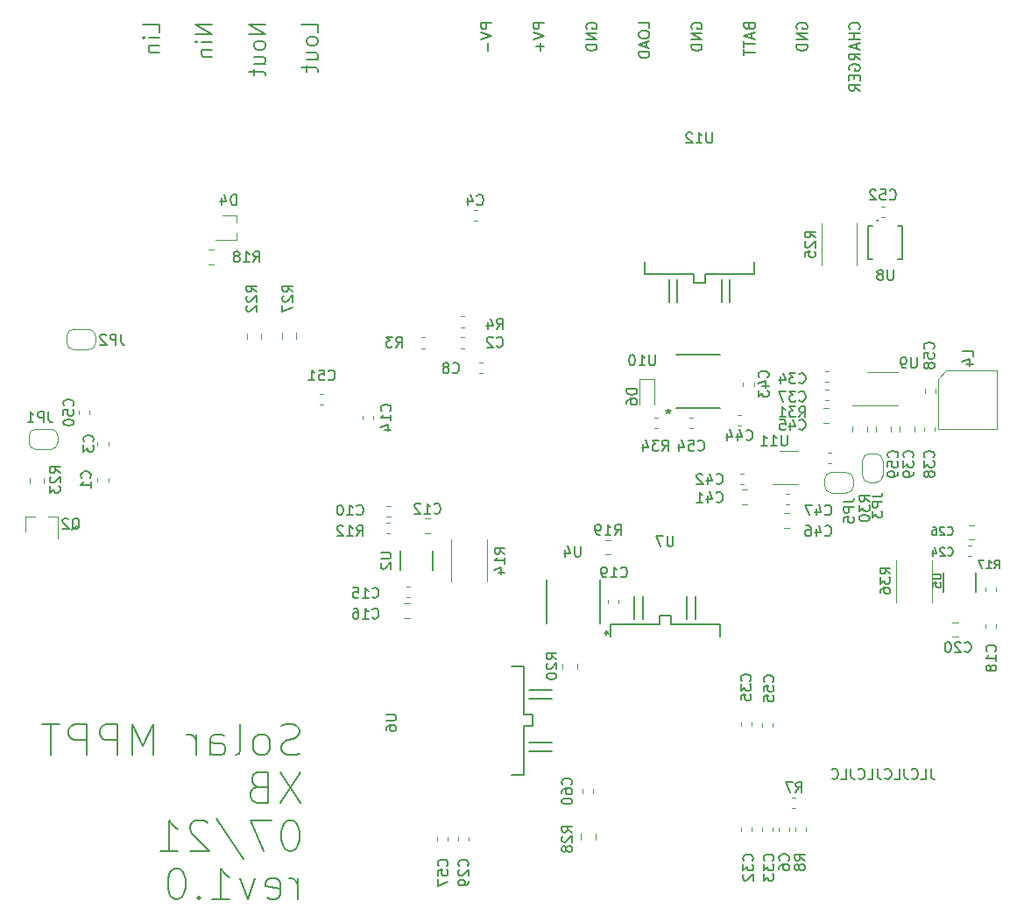
<source format=gbr>
G04 #@! TF.GenerationSoftware,KiCad,Pcbnew,5.1.5+dfsg1-2build2*
G04 #@! TF.CreationDate,2021-06-30T22:55:55+02:00*
G04 #@! TF.ProjectId,solar_mppt1,736f6c61-725f-46d7-9070-74312e6b6963,rev?*
G04 #@! TF.SameCoordinates,Original*
G04 #@! TF.FileFunction,Legend,Bot*
G04 #@! TF.FilePolarity,Positive*
%FSLAX46Y46*%
G04 Gerber Fmt 4.6, Leading zero omitted, Abs format (unit mm)*
G04 Created by KiCad (PCBNEW 5.1.5+dfsg1-2build2) date 2021-06-30 22:55:55*
%MOMM*%
%LPD*%
G04 APERTURE LIST*
%ADD10C,0.170000*%
%ADD11C,0.150000*%
%ADD12C,0.120000*%
%ADD13C,0.152400*%
G04 APERTURE END LIST*
D10*
X95619047Y-44452380D02*
X95619047Y-45166666D01*
X95666666Y-45309523D01*
X95761904Y-45404761D01*
X95904761Y-45452380D01*
X96000000Y-45452380D01*
X94666666Y-45452380D02*
X95142857Y-45452380D01*
X95142857Y-44452380D01*
X93761904Y-45357142D02*
X93809523Y-45404761D01*
X93952380Y-45452380D01*
X94047619Y-45452380D01*
X94190476Y-45404761D01*
X94285714Y-45309523D01*
X94333333Y-45214285D01*
X94380952Y-45023809D01*
X94380952Y-44880952D01*
X94333333Y-44690476D01*
X94285714Y-44595238D01*
X94190476Y-44500000D01*
X94047619Y-44452380D01*
X93952380Y-44452380D01*
X93809523Y-44500000D01*
X93761904Y-44547619D01*
X93047619Y-44452380D02*
X93047619Y-45166666D01*
X93095238Y-45309523D01*
X93190476Y-45404761D01*
X93333333Y-45452380D01*
X93428571Y-45452380D01*
X92095238Y-45452380D02*
X92571428Y-45452380D01*
X92571428Y-44452380D01*
X91190476Y-45357142D02*
X91238095Y-45404761D01*
X91380952Y-45452380D01*
X91476190Y-45452380D01*
X91619047Y-45404761D01*
X91714285Y-45309523D01*
X91761904Y-45214285D01*
X91809523Y-45023809D01*
X91809523Y-44880952D01*
X91761904Y-44690476D01*
X91714285Y-44595238D01*
X91619047Y-44500000D01*
X91476190Y-44452380D01*
X91380952Y-44452380D01*
X91238095Y-44500000D01*
X91190476Y-44547619D01*
X90476190Y-44452380D02*
X90476190Y-45166666D01*
X90523809Y-45309523D01*
X90619047Y-45404761D01*
X90761904Y-45452380D01*
X90857142Y-45452380D01*
X89523809Y-45452380D02*
X90000000Y-45452380D01*
X90000000Y-44452380D01*
X88619047Y-45357142D02*
X88666666Y-45404761D01*
X88809523Y-45452380D01*
X88904761Y-45452380D01*
X89047619Y-45404761D01*
X89142857Y-45309523D01*
X89190476Y-45214285D01*
X89238095Y-45023809D01*
X89238095Y-44880952D01*
X89190476Y-44690476D01*
X89142857Y-44595238D01*
X89047619Y-44500000D01*
X88904761Y-44452380D01*
X88809523Y-44452380D01*
X88666666Y-44500000D01*
X88619047Y-44547619D01*
X87904761Y-44452380D02*
X87904761Y-45166666D01*
X87952380Y-45309523D01*
X88047619Y-45404761D01*
X88190476Y-45452380D01*
X88285714Y-45452380D01*
X86952380Y-45452380D02*
X87428571Y-45452380D01*
X87428571Y-44452380D01*
X86047619Y-45357142D02*
X86095238Y-45404761D01*
X86238095Y-45452380D01*
X86333333Y-45452380D01*
X86476190Y-45404761D01*
X86571428Y-45309523D01*
X86619047Y-45214285D01*
X86666666Y-45023809D01*
X86666666Y-44880952D01*
X86619047Y-44690476D01*
X86571428Y-44595238D01*
X86476190Y-44500000D01*
X86333333Y-44452380D01*
X86238095Y-44452380D01*
X86095238Y-44500000D01*
X86047619Y-44547619D01*
D11*
X34581071Y-42989285D02*
X34152500Y-43132142D01*
X33438214Y-43132142D01*
X33152500Y-42989285D01*
X33009642Y-42846428D01*
X32866785Y-42560714D01*
X32866785Y-42275000D01*
X33009642Y-41989285D01*
X33152500Y-41846428D01*
X33438214Y-41703571D01*
X34009642Y-41560714D01*
X34295357Y-41417857D01*
X34438214Y-41275000D01*
X34581071Y-40989285D01*
X34581071Y-40703571D01*
X34438214Y-40417857D01*
X34295357Y-40275000D01*
X34009642Y-40132142D01*
X33295357Y-40132142D01*
X32866785Y-40275000D01*
X31152500Y-43132142D02*
X31438214Y-42989285D01*
X31581071Y-42846428D01*
X31723928Y-42560714D01*
X31723928Y-41703571D01*
X31581071Y-41417857D01*
X31438214Y-41275000D01*
X31152500Y-41132142D01*
X30723928Y-41132142D01*
X30438214Y-41275000D01*
X30295357Y-41417857D01*
X30152500Y-41703571D01*
X30152500Y-42560714D01*
X30295357Y-42846428D01*
X30438214Y-42989285D01*
X30723928Y-43132142D01*
X31152500Y-43132142D01*
X28438214Y-43132142D02*
X28723928Y-42989285D01*
X28866785Y-42703571D01*
X28866785Y-40132142D01*
X26009642Y-43132142D02*
X26009642Y-41560714D01*
X26152500Y-41275000D01*
X26438214Y-41132142D01*
X27009642Y-41132142D01*
X27295357Y-41275000D01*
X26009642Y-42989285D02*
X26295357Y-43132142D01*
X27009642Y-43132142D01*
X27295357Y-42989285D01*
X27438214Y-42703571D01*
X27438214Y-42417857D01*
X27295357Y-42132142D01*
X27009642Y-41989285D01*
X26295357Y-41989285D01*
X26009642Y-41846428D01*
X24581071Y-43132142D02*
X24581071Y-41132142D01*
X24581071Y-41703571D02*
X24438214Y-41417857D01*
X24295357Y-41275000D01*
X24009642Y-41132142D01*
X23723928Y-41132142D01*
X20438214Y-43132142D02*
X20438214Y-40132142D01*
X19438214Y-42275000D01*
X18438214Y-40132142D01*
X18438214Y-43132142D01*
X17009642Y-43132142D02*
X17009642Y-40132142D01*
X15866785Y-40132142D01*
X15581071Y-40275000D01*
X15438214Y-40417857D01*
X15295357Y-40703571D01*
X15295357Y-41132142D01*
X15438214Y-41417857D01*
X15581071Y-41560714D01*
X15866785Y-41703571D01*
X17009642Y-41703571D01*
X14009642Y-43132142D02*
X14009642Y-40132142D01*
X12866785Y-40132142D01*
X12581071Y-40275000D01*
X12438214Y-40417857D01*
X12295357Y-40703571D01*
X12295357Y-41132142D01*
X12438214Y-41417857D01*
X12581071Y-41560714D01*
X12866785Y-41703571D01*
X14009642Y-41703571D01*
X11438214Y-40132142D02*
X9723928Y-40132142D01*
X10581071Y-43132142D02*
X10581071Y-40132142D01*
X34723928Y-44782142D02*
X32723928Y-47782142D01*
X32723928Y-44782142D02*
X34723928Y-47782142D01*
X30581071Y-46210714D02*
X30152500Y-46353571D01*
X30009642Y-46496428D01*
X29866785Y-46782142D01*
X29866785Y-47210714D01*
X30009642Y-47496428D01*
X30152500Y-47639285D01*
X30438214Y-47782142D01*
X31581071Y-47782142D01*
X31581071Y-44782142D01*
X30581071Y-44782142D01*
X30295357Y-44925000D01*
X30152500Y-45067857D01*
X30009642Y-45353571D01*
X30009642Y-45639285D01*
X30152500Y-45925000D01*
X30295357Y-46067857D01*
X30581071Y-46210714D01*
X31581071Y-46210714D01*
X33866785Y-49432142D02*
X33581071Y-49432142D01*
X33295357Y-49575000D01*
X33152500Y-49717857D01*
X33009642Y-50003571D01*
X32866785Y-50575000D01*
X32866785Y-51289285D01*
X33009642Y-51860714D01*
X33152500Y-52146428D01*
X33295357Y-52289285D01*
X33581071Y-52432142D01*
X33866785Y-52432142D01*
X34152500Y-52289285D01*
X34295357Y-52146428D01*
X34438214Y-51860714D01*
X34581071Y-51289285D01*
X34581071Y-50575000D01*
X34438214Y-50003571D01*
X34295357Y-49717857D01*
X34152500Y-49575000D01*
X33866785Y-49432142D01*
X31866785Y-49432142D02*
X29866785Y-49432142D01*
X31152500Y-52432142D01*
X26581071Y-49289285D02*
X29152500Y-53146428D01*
X25723928Y-49717857D02*
X25581071Y-49575000D01*
X25295357Y-49432142D01*
X24581071Y-49432142D01*
X24295357Y-49575000D01*
X24152500Y-49717857D01*
X24009642Y-50003571D01*
X24009642Y-50289285D01*
X24152500Y-50717857D01*
X25866785Y-52432142D01*
X24009642Y-52432142D01*
X21152500Y-52432142D02*
X22866785Y-52432142D01*
X22009642Y-52432142D02*
X22009642Y-49432142D01*
X22295357Y-49860714D01*
X22581071Y-50146428D01*
X22866785Y-50289285D01*
X34438214Y-57082142D02*
X34438214Y-55082142D01*
X34438214Y-55653571D02*
X34295357Y-55367857D01*
X34152500Y-55225000D01*
X33866785Y-55082142D01*
X33581071Y-55082142D01*
X31438214Y-56939285D02*
X31723928Y-57082142D01*
X32295357Y-57082142D01*
X32581071Y-56939285D01*
X32723928Y-56653571D01*
X32723928Y-55510714D01*
X32581071Y-55225000D01*
X32295357Y-55082142D01*
X31723928Y-55082142D01*
X31438214Y-55225000D01*
X31295357Y-55510714D01*
X31295357Y-55796428D01*
X32723928Y-56082142D01*
X30295357Y-55082142D02*
X29581071Y-57082142D01*
X28866785Y-55082142D01*
X26152500Y-57082142D02*
X27866785Y-57082142D01*
X27009642Y-57082142D02*
X27009642Y-54082142D01*
X27295357Y-54510714D01*
X27581071Y-54796428D01*
X27866785Y-54939285D01*
X24866785Y-56796428D02*
X24723928Y-56939285D01*
X24866785Y-57082142D01*
X25009642Y-56939285D01*
X24866785Y-56796428D01*
X24866785Y-57082142D01*
X22866785Y-54082142D02*
X22581071Y-54082142D01*
X22295357Y-54225000D01*
X22152500Y-54367857D01*
X22009642Y-54653571D01*
X21866785Y-55225000D01*
X21866785Y-55939285D01*
X22009642Y-56510714D01*
X22152500Y-56796428D01*
X22295357Y-56939285D01*
X22581071Y-57082142D01*
X22866785Y-57082142D01*
X23152500Y-56939285D01*
X23295357Y-56796428D01*
X23438214Y-56510714D01*
X23581071Y-55939285D01*
X23581071Y-55225000D01*
X23438214Y-54653571D01*
X23295357Y-54367857D01*
X23152500Y-54225000D01*
X22866785Y-54082142D01*
X21073809Y26759642D02*
X21073809Y27521547D01*
X19473809Y27521547D01*
X21073809Y26226309D02*
X20007142Y26226309D01*
X19473809Y26226309D02*
X19550000Y26302500D01*
X19626190Y26226309D01*
X19550000Y26150119D01*
X19473809Y26226309D01*
X19626190Y26226309D01*
X20007142Y25464404D02*
X21073809Y25464404D01*
X20159523Y25464404D02*
X20083333Y25388214D01*
X20007142Y25235833D01*
X20007142Y25007261D01*
X20083333Y24854880D01*
X20235714Y24778690D01*
X21073809Y24778690D01*
X26173809Y27521547D02*
X24573809Y27521547D01*
X26173809Y26607261D01*
X24573809Y26607261D01*
X26173809Y25845357D02*
X25107142Y25845357D01*
X24573809Y25845357D02*
X24650000Y25921547D01*
X24726190Y25845357D01*
X24650000Y25769166D01*
X24573809Y25845357D01*
X24726190Y25845357D01*
X25107142Y25083452D02*
X26173809Y25083452D01*
X25259523Y25083452D02*
X25183333Y25007261D01*
X25107142Y24854880D01*
X25107142Y24626309D01*
X25183333Y24473928D01*
X25335714Y24397738D01*
X26173809Y24397738D01*
X31273809Y27521547D02*
X29673809Y27521547D01*
X31273809Y26607261D01*
X29673809Y26607261D01*
X31273809Y25616785D02*
X31197619Y25769166D01*
X31121428Y25845357D01*
X30969047Y25921547D01*
X30511904Y25921547D01*
X30359523Y25845357D01*
X30283333Y25769166D01*
X30207142Y25616785D01*
X30207142Y25388214D01*
X30283333Y25235833D01*
X30359523Y25159642D01*
X30511904Y25083452D01*
X30969047Y25083452D01*
X31121428Y25159642D01*
X31197619Y25235833D01*
X31273809Y25388214D01*
X31273809Y25616785D01*
X30207142Y23712023D02*
X31273809Y23712023D01*
X30207142Y24397738D02*
X31045238Y24397738D01*
X31197619Y24321547D01*
X31273809Y24169166D01*
X31273809Y23940595D01*
X31197619Y23788214D01*
X31121428Y23712023D01*
X30207142Y23178690D02*
X30207142Y22569166D01*
X29673809Y22950119D02*
X31045238Y22950119D01*
X31197619Y22873928D01*
X31273809Y22721547D01*
X31273809Y22569166D01*
X36373809Y26759642D02*
X36373809Y27521547D01*
X34773809Y27521547D01*
X36373809Y25997738D02*
X36297619Y26150119D01*
X36221428Y26226309D01*
X36069047Y26302500D01*
X35611904Y26302500D01*
X35459523Y26226309D01*
X35383333Y26150119D01*
X35307142Y25997738D01*
X35307142Y25769166D01*
X35383333Y25616785D01*
X35459523Y25540595D01*
X35611904Y25464404D01*
X36069047Y25464404D01*
X36221428Y25540595D01*
X36297619Y25616785D01*
X36373809Y25769166D01*
X36373809Y25997738D01*
X35307142Y24092976D02*
X36373809Y24092976D01*
X35307142Y24778690D02*
X36145238Y24778690D01*
X36297619Y24702500D01*
X36373809Y24550119D01*
X36373809Y24321547D01*
X36297619Y24169166D01*
X36221428Y24092976D01*
X35307142Y23559642D02*
X35307142Y22950119D01*
X34773809Y23331071D02*
X36145238Y23331071D01*
X36297619Y23254880D01*
X36373809Y23102500D01*
X36373809Y22950119D01*
X53168452Y27657261D02*
X52138452Y27657261D01*
X52138452Y27264880D01*
X52187500Y27166785D01*
X52236547Y27117738D01*
X52334642Y27068690D01*
X52481785Y27068690D01*
X52579880Y27117738D01*
X52628928Y27166785D01*
X52677976Y27264880D01*
X52677976Y27657261D01*
X52138452Y26774404D02*
X53168452Y26431071D01*
X52138452Y26087738D01*
X52776071Y25744404D02*
X52776071Y24959642D01*
X58253452Y27657261D02*
X57223452Y27657261D01*
X57223452Y27264880D01*
X57272500Y27166785D01*
X57321547Y27117738D01*
X57419642Y27068690D01*
X57566785Y27068690D01*
X57664880Y27117738D01*
X57713928Y27166785D01*
X57762976Y27264880D01*
X57762976Y27657261D01*
X57223452Y26774404D02*
X58253452Y26431071D01*
X57223452Y26087738D01*
X57861071Y25744404D02*
X57861071Y24959642D01*
X58253452Y25352023D02*
X57468690Y25352023D01*
X62357500Y27117738D02*
X62308452Y27215833D01*
X62308452Y27362976D01*
X62357500Y27510119D01*
X62455595Y27608214D01*
X62553690Y27657261D01*
X62749880Y27706309D01*
X62897023Y27706309D01*
X63093214Y27657261D01*
X63191309Y27608214D01*
X63289404Y27510119D01*
X63338452Y27362976D01*
X63338452Y27264880D01*
X63289404Y27117738D01*
X63240357Y27068690D01*
X62897023Y27068690D01*
X62897023Y27264880D01*
X63338452Y26627261D02*
X62308452Y26627261D01*
X63338452Y26038690D01*
X62308452Y26038690D01*
X63338452Y25548214D02*
X62308452Y25548214D01*
X62308452Y25302976D01*
X62357500Y25155833D01*
X62455595Y25057738D01*
X62553690Y25008690D01*
X62749880Y24959642D01*
X62897023Y24959642D01*
X63093214Y25008690D01*
X63191309Y25057738D01*
X63289404Y25155833D01*
X63338452Y25302976D01*
X63338452Y25548214D01*
X68423452Y27166785D02*
X68423452Y27657261D01*
X67393452Y27657261D01*
X67393452Y26627261D02*
X67393452Y26431071D01*
X67442500Y26332976D01*
X67540595Y26234880D01*
X67736785Y26185833D01*
X68080119Y26185833D01*
X68276309Y26234880D01*
X68374404Y26332976D01*
X68423452Y26431071D01*
X68423452Y26627261D01*
X68374404Y26725357D01*
X68276309Y26823452D01*
X68080119Y26872500D01*
X67736785Y26872500D01*
X67540595Y26823452D01*
X67442500Y26725357D01*
X67393452Y26627261D01*
X68129166Y25793452D02*
X68129166Y25302976D01*
X68423452Y25891547D02*
X67393452Y25548214D01*
X68423452Y25204880D01*
X68423452Y24861547D02*
X67393452Y24861547D01*
X67393452Y24616309D01*
X67442500Y24469166D01*
X67540595Y24371071D01*
X67638690Y24322023D01*
X67834880Y24272976D01*
X67982023Y24272976D01*
X68178214Y24322023D01*
X68276309Y24371071D01*
X68374404Y24469166D01*
X68423452Y24616309D01*
X68423452Y24861547D01*
X72527500Y27117738D02*
X72478452Y27215833D01*
X72478452Y27362976D01*
X72527500Y27510119D01*
X72625595Y27608214D01*
X72723690Y27657261D01*
X72919880Y27706309D01*
X73067023Y27706309D01*
X73263214Y27657261D01*
X73361309Y27608214D01*
X73459404Y27510119D01*
X73508452Y27362976D01*
X73508452Y27264880D01*
X73459404Y27117738D01*
X73410357Y27068690D01*
X73067023Y27068690D01*
X73067023Y27264880D01*
X73508452Y26627261D02*
X72478452Y26627261D01*
X73508452Y26038690D01*
X72478452Y26038690D01*
X73508452Y25548214D02*
X72478452Y25548214D01*
X72478452Y25302976D01*
X72527500Y25155833D01*
X72625595Y25057738D01*
X72723690Y25008690D01*
X72919880Y24959642D01*
X73067023Y24959642D01*
X73263214Y25008690D01*
X73361309Y25057738D01*
X73459404Y25155833D01*
X73508452Y25302976D01*
X73508452Y25548214D01*
X78053928Y27313928D02*
X78102976Y27166785D01*
X78152023Y27117738D01*
X78250119Y27068690D01*
X78397261Y27068690D01*
X78495357Y27117738D01*
X78544404Y27166785D01*
X78593452Y27264880D01*
X78593452Y27657261D01*
X77563452Y27657261D01*
X77563452Y27313928D01*
X77612500Y27215833D01*
X77661547Y27166785D01*
X77759642Y27117738D01*
X77857738Y27117738D01*
X77955833Y27166785D01*
X78004880Y27215833D01*
X78053928Y27313928D01*
X78053928Y27657261D01*
X78299166Y26676309D02*
X78299166Y26185833D01*
X78593452Y26774404D02*
X77563452Y26431071D01*
X78593452Y26087738D01*
X77563452Y25891547D02*
X77563452Y25302976D01*
X78593452Y25597261D02*
X77563452Y25597261D01*
X77563452Y25106785D02*
X77563452Y24518214D01*
X78593452Y24812500D02*
X77563452Y24812500D01*
X82697500Y27117738D02*
X82648452Y27215833D01*
X82648452Y27362976D01*
X82697500Y27510119D01*
X82795595Y27608214D01*
X82893690Y27657261D01*
X83089880Y27706309D01*
X83237023Y27706309D01*
X83433214Y27657261D01*
X83531309Y27608214D01*
X83629404Y27510119D01*
X83678452Y27362976D01*
X83678452Y27264880D01*
X83629404Y27117738D01*
X83580357Y27068690D01*
X83237023Y27068690D01*
X83237023Y27264880D01*
X83678452Y26627261D02*
X82648452Y26627261D01*
X83678452Y26038690D01*
X82648452Y26038690D01*
X83678452Y25548214D02*
X82648452Y25548214D01*
X82648452Y25302976D01*
X82697500Y25155833D01*
X82795595Y25057738D01*
X82893690Y25008690D01*
X83089880Y24959642D01*
X83237023Y24959642D01*
X83433214Y25008690D01*
X83531309Y25057738D01*
X83629404Y25155833D01*
X83678452Y25302976D01*
X83678452Y25548214D01*
X88665357Y27068690D02*
X88714404Y27117738D01*
X88763452Y27264880D01*
X88763452Y27362976D01*
X88714404Y27510119D01*
X88616309Y27608214D01*
X88518214Y27657261D01*
X88322023Y27706309D01*
X88174880Y27706309D01*
X87978690Y27657261D01*
X87880595Y27608214D01*
X87782500Y27510119D01*
X87733452Y27362976D01*
X87733452Y27264880D01*
X87782500Y27117738D01*
X87831547Y27068690D01*
X88763452Y26627261D02*
X87733452Y26627261D01*
X88223928Y26627261D02*
X88223928Y26038690D01*
X88763452Y26038690D02*
X87733452Y26038690D01*
X88469166Y25597261D02*
X88469166Y25106785D01*
X88763452Y25695357D02*
X87733452Y25352023D01*
X88763452Y25008690D01*
X88763452Y24076785D02*
X88272976Y24420119D01*
X88763452Y24665357D02*
X87733452Y24665357D01*
X87733452Y24272976D01*
X87782500Y24174880D01*
X87831547Y24125833D01*
X87929642Y24076785D01*
X88076785Y24076785D01*
X88174880Y24125833D01*
X88223928Y24174880D01*
X88272976Y24272976D01*
X88272976Y24665357D01*
X87782500Y23095833D02*
X87733452Y23193928D01*
X87733452Y23341071D01*
X87782500Y23488214D01*
X87880595Y23586309D01*
X87978690Y23635357D01*
X88174880Y23684404D01*
X88322023Y23684404D01*
X88518214Y23635357D01*
X88616309Y23586309D01*
X88714404Y23488214D01*
X88763452Y23341071D01*
X88763452Y23242976D01*
X88714404Y23095833D01*
X88665357Y23046785D01*
X88322023Y23046785D01*
X88322023Y23242976D01*
X88223928Y22605357D02*
X88223928Y22262023D01*
X88763452Y22114880D02*
X88763452Y22605357D01*
X87733452Y22605357D01*
X87733452Y22114880D01*
X88763452Y21084880D02*
X88272976Y21428214D01*
X88763452Y21673452D02*
X87733452Y21673452D01*
X87733452Y21281071D01*
X87782500Y21182976D01*
X87831547Y21133928D01*
X87929642Y21084880D01*
X88076785Y21084880D01*
X88174880Y21133928D01*
X88223928Y21182976D01*
X88272976Y21281071D01*
X88272976Y21673452D01*
D12*
X61790000Y-51286252D02*
X61790000Y-50763748D01*
X63210000Y-51286252D02*
X63210000Y-50763748D01*
X63010000Y-46453733D02*
X63010000Y-46796267D01*
X61990000Y-46453733D02*
X61990000Y-46796267D01*
X14260000Y-9828733D02*
X14260000Y-10171267D01*
X13240000Y-9828733D02*
X13240000Y-10171267D01*
D13*
X78543200Y4594551D02*
X78543200Y3362000D01*
X67976800Y3362000D02*
X67976800Y4594551D01*
X72713900Y3362000D02*
X67976800Y3362000D01*
X72713900Y2523800D02*
X72713900Y3362000D01*
X73806100Y2523800D02*
X72713900Y2523800D01*
X73806100Y3362000D02*
X73806100Y2523800D01*
X78543200Y3362000D02*
X73806100Y3362000D01*
X70300900Y2879400D02*
X70300900Y695000D01*
X75380900Y2879400D02*
X75380900Y695000D01*
X71139100Y2879400D02*
X71139100Y695000D01*
X76219100Y2879400D02*
X76219100Y695000D01*
X55071449Y-34516800D02*
X56304000Y-34516800D01*
X56304000Y-45083200D02*
X55071449Y-45083200D01*
X56304000Y-40346100D02*
X56304000Y-45083200D01*
X57142200Y-40346100D02*
X56304000Y-40346100D01*
X57142200Y-39253900D02*
X57142200Y-40346100D01*
X56304000Y-39253900D02*
X57142200Y-39253900D01*
X56304000Y-34516800D02*
X56304000Y-39253900D01*
X56786600Y-42759100D02*
X58971000Y-42759100D01*
X56786600Y-37679100D02*
X58971000Y-37679100D01*
X56786600Y-41920900D02*
X58971000Y-41920900D01*
X56786600Y-36840900D02*
X58971000Y-36840900D01*
X64666800Y-31706551D02*
X64666800Y-30474000D01*
X75233200Y-30474000D02*
X75233200Y-31706551D01*
X70496100Y-30474000D02*
X75233200Y-30474000D01*
X70496100Y-29635800D02*
X70496100Y-30474000D01*
X69403900Y-29635800D02*
X70496100Y-29635800D01*
X69403900Y-30474000D02*
X69403900Y-29635800D01*
X64666800Y-30474000D02*
X69403900Y-30474000D01*
X72909100Y-29991400D02*
X72909100Y-27807000D01*
X67829100Y-29991400D02*
X67829100Y-27807000D01*
X72070900Y-29991400D02*
X72070900Y-27807000D01*
X66990900Y-29991400D02*
X66990900Y-27807000D01*
D12*
X87450000Y-15800000D02*
X86050000Y-15800000D01*
X85350000Y-16500000D02*
X85350000Y-17100000D01*
X86050000Y-17800000D02*
X87450000Y-17800000D01*
X88150000Y-17100000D02*
X88150000Y-16500000D01*
X88150000Y-16500000D02*
G75*
G03X87450000Y-15800000I-700000J0D01*
G01*
X87450000Y-17800000D02*
G75*
G03X88150000Y-17100000I0J700000D01*
G01*
X85350000Y-17100000D02*
G75*
G03X86050000Y-17800000I700000J0D01*
G01*
X86050000Y-15800000D02*
G75*
G03X85350000Y-16500000I0J-700000D01*
G01*
X89000000Y-14700000D02*
X89000000Y-16100000D01*
X89700000Y-16800000D02*
X90300000Y-16800000D01*
X91000000Y-16100000D02*
X91000000Y-14700000D01*
X90300000Y-14000000D02*
X89700000Y-14000000D01*
X89700000Y-14000000D02*
G75*
G03X89000000Y-14700000I0J-700000D01*
G01*
X91000000Y-14700000D02*
G75*
G03X90300000Y-14000000I-700000J0D01*
G01*
X90300000Y-16800000D02*
G75*
G03X91000000Y-16100000I0J700000D01*
G01*
X89000000Y-16100000D02*
G75*
G03X89700000Y-16800000I700000J0D01*
G01*
X12800000Y-3950000D02*
X14200000Y-3950000D01*
X14900000Y-3250000D02*
X14900000Y-2650000D01*
X14200000Y-1950000D02*
X12800000Y-1950000D01*
X12100000Y-2650000D02*
X12100000Y-3250000D01*
X12100000Y-3250000D02*
G75*
G03X12800000Y-3950000I700000J0D01*
G01*
X12800000Y-1950000D02*
G75*
G03X12100000Y-2650000I0J-700000D01*
G01*
X14900000Y-2650000D02*
G75*
G03X14200000Y-1950000I-700000J0D01*
G01*
X14200000Y-3950000D02*
G75*
G03X14900000Y-3250000I0J700000D01*
G01*
X90950000Y-9340000D02*
X88025000Y-9340000D01*
X90950000Y-9340000D02*
X92450000Y-9340000D01*
X90950000Y-6120000D02*
X89450000Y-6120000D01*
X90950000Y-6120000D02*
X92450000Y-6120000D01*
X90340000Y-11891252D02*
X90340000Y-11368748D01*
X91760000Y-11891252D02*
X91760000Y-11368748D01*
X95040000Y-8101267D02*
X95040000Y-7758733D01*
X96060000Y-8101267D02*
X96060000Y-7758733D01*
X48910000Y-51103733D02*
X48910000Y-51446267D01*
X47890000Y-51103733D02*
X47890000Y-51446267D01*
X79290000Y-40371267D02*
X79290000Y-40028733D01*
X80310000Y-40371267D02*
X80310000Y-40028733D01*
X78310000Y-50128733D02*
X78310000Y-50471267D01*
X77290000Y-50128733D02*
X77290000Y-50471267D01*
D13*
X75275900Y-9614200D02*
X71034100Y-9614200D01*
X71034100Y-4381800D02*
X75275900Y-4381800D01*
X63681200Y-26204950D02*
X63681200Y-30446750D01*
X58448800Y-30446750D02*
X58448800Y-26204950D01*
D12*
X92290000Y-28389564D02*
X92290000Y-24285436D01*
X95710000Y-28389564D02*
X95710000Y-24285436D01*
X27120000Y9010000D02*
X28530000Y9010000D01*
X28530000Y6690000D02*
X26500000Y6690000D01*
X28530000Y6690000D02*
X28530000Y7350000D01*
X28530000Y8350000D02*
X28530000Y9010000D01*
X72303733Y-10490000D02*
X72646267Y-10490000D01*
X72303733Y-11510000D02*
X72646267Y-11510000D01*
X69246267Y-11510000D02*
X68903733Y-11510000D01*
X69246267Y-10490000D02*
X68903733Y-10490000D01*
X68935000Y-6815000D02*
X68935000Y-9275000D01*
X67465000Y-6815000D02*
X68935000Y-6815000D01*
X67465000Y-9275000D02*
X67465000Y-6815000D01*
X90842733Y9910000D02*
X91185267Y9910000D01*
X90842733Y8890000D02*
X91185267Y8890000D01*
X36921267Y-9260000D02*
X36578733Y-9260000D01*
X36921267Y-8240000D02*
X36578733Y-8240000D01*
X81964267Y-18926000D02*
X81621733Y-18926000D01*
X81964267Y-17906000D02*
X81621733Y-17906000D01*
X85628733Y-13890000D02*
X85971267Y-13890000D01*
X85628733Y-14910000D02*
X85971267Y-14910000D01*
X77571267Y-16910000D02*
X77228733Y-16910000D01*
X77571267Y-15890000D02*
X77228733Y-15890000D01*
X94940000Y-11801267D02*
X94940000Y-11458733D01*
X95960000Y-11801267D02*
X95960000Y-11458733D01*
X85746267Y-8840000D02*
X85403733Y-8840000D01*
X85746267Y-7820000D02*
X85403733Y-7820000D01*
X77290000Y-40296267D02*
X77290000Y-39953733D01*
X78310000Y-40296267D02*
X78310000Y-39953733D01*
X85721267Y-7040000D02*
X85378733Y-7040000D01*
X85721267Y-6020000D02*
X85378733Y-6020000D01*
X80310000Y-50128733D02*
X80310000Y-50471267D01*
X79290000Y-50128733D02*
X79290000Y-50471267D01*
X50960000Y-51103733D02*
X50960000Y-51446267D01*
X49940000Y-51103733D02*
X49940000Y-51446267D01*
X99571267Y-23910000D02*
X99228733Y-23910000D01*
X99571267Y-22890000D02*
X99228733Y-22890000D01*
X64440000Y-28471267D02*
X64440000Y-28128733D01*
X65460000Y-28471267D02*
X65460000Y-28128733D01*
X101910000Y-30503733D02*
X101910000Y-30846267D01*
X100890000Y-30503733D02*
X100890000Y-30846267D01*
X44953733Y-26890000D02*
X45296267Y-26890000D01*
X44953733Y-27910000D02*
X45296267Y-27910000D01*
X43028733Y-19090000D02*
X43371267Y-19090000D01*
X43028733Y-20110000D02*
X43371267Y-20110000D01*
X51922733Y-5164000D02*
X52265267Y-5164000D01*
X51922733Y-6184000D02*
X52265267Y-6184000D01*
X51757267Y8548000D02*
X51414733Y8548000D01*
X51757267Y9568000D02*
X51414733Y9568000D01*
X101910000Y-26903733D02*
X101910000Y-27246267D01*
X100890000Y-26903733D02*
X100890000Y-27246267D01*
X43296267Y-21710000D02*
X42953733Y-21710000D01*
X43296267Y-20690000D02*
X42953733Y-20690000D01*
X82490000Y-50446267D02*
X82490000Y-50103733D01*
X83510000Y-50446267D02*
X83510000Y-50103733D01*
X82153733Y-47290000D02*
X82496267Y-47290000D01*
X82153733Y-48310000D02*
X82496267Y-48310000D01*
X50537267Y-1754000D02*
X50194733Y-1754000D01*
X50537267Y-734000D02*
X50194733Y-734000D01*
X46727267Y-3786000D02*
X46384733Y-3786000D01*
X46727267Y-2766000D02*
X46384733Y-2766000D01*
D13*
X44333200Y-25253100D02*
X44333200Y-23398900D01*
X47482800Y-23398900D02*
X47482800Y-25253100D01*
X99974800Y-25472900D02*
X99974800Y-27327100D01*
X96825200Y-27327100D02*
X96825200Y-25472900D01*
X90516864Y8591546D02*
G75*
G02X90373800Y8555000I-66864J-36546D01*
G01*
X90002959Y4774400D02*
X89574400Y4774400D01*
X92397041Y8025600D02*
X92825600Y8025600D01*
X89574400Y8025600D02*
X90002959Y8025600D01*
X89574400Y4774400D02*
X89574400Y8025600D01*
X92825600Y4774400D02*
X92397041Y4774400D01*
X92825600Y8025600D02*
X92825600Y4774400D01*
D12*
X15090000Y-16696267D02*
X15090000Y-16353733D01*
X16110000Y-16696267D02*
X16110000Y-16353733D01*
X50194733Y-2766000D02*
X50537267Y-2766000D01*
X50194733Y-3786000D02*
X50537267Y-3786000D01*
X16110000Y-12903733D02*
X16110000Y-13246267D01*
X15090000Y-12903733D02*
X15090000Y-13246267D01*
X81910000Y-50103733D02*
X81910000Y-50446267D01*
X80890000Y-50103733D02*
X80890000Y-50446267D01*
X47236252Y-21710000D02*
X46713748Y-21710000D01*
X47236252Y-20290000D02*
X46713748Y-20290000D01*
X41760000Y-10328733D02*
X41760000Y-10671267D01*
X40740000Y-10328733D02*
X40740000Y-10671267D01*
X44713748Y-28490000D02*
X45236252Y-28490000D01*
X44713748Y-29910000D02*
X45236252Y-29910000D01*
X97713748Y-30290000D02*
X98236252Y-30290000D01*
X97713748Y-31710000D02*
X98236252Y-31710000D01*
X99836252Y-22310000D02*
X99313748Y-22310000D01*
X99836252Y-20890000D02*
X99313748Y-20890000D01*
X92640000Y-11891252D02*
X92640000Y-11368748D01*
X94060000Y-11891252D02*
X94060000Y-11368748D01*
X77861252Y-18910000D02*
X77338748Y-18910000D01*
X77861252Y-17490000D02*
X77338748Y-17490000D01*
X78510000Y-7103733D02*
X78510000Y-7446267D01*
X77490000Y-7103733D02*
X77490000Y-7446267D01*
X77296267Y-11310000D02*
X76953733Y-11310000D01*
X77296267Y-10290000D02*
X76953733Y-10290000D01*
X81922252Y-21158000D02*
X81399748Y-21158000D01*
X81922252Y-19738000D02*
X81399748Y-19738000D01*
X10550000Y-11600000D02*
X9150000Y-11600000D01*
X8450000Y-12300000D02*
X8450000Y-12900000D01*
X9150000Y-13600000D02*
X10550000Y-13600000D01*
X11250000Y-12900000D02*
X11250000Y-12300000D01*
X11250000Y-12300000D02*
G75*
G03X10550000Y-11600000I-700000J0D01*
G01*
X10550000Y-13600000D02*
G75*
G03X11250000Y-12900000I0J700000D01*
G01*
X8450000Y-12900000D02*
G75*
G03X9150000Y-13600000I700000J0D01*
G01*
X9150000Y-11600000D02*
G75*
G03X8450000Y-12300000I0J-700000D01*
G01*
X102000000Y-5980000D02*
X97100000Y-5980000D01*
X102000000Y-11580000D02*
X102000000Y-5980000D01*
X96300000Y-11580000D02*
X102000000Y-11580000D01*
X96300000Y-6780000D02*
X96300000Y-11580000D01*
X97100000Y-5980000D02*
X96300000Y-6780000D01*
X8070000Y-20040000D02*
X8070000Y-21500000D01*
X11230000Y-20040000D02*
X11230000Y-22200000D01*
X11230000Y-20040000D02*
X10300000Y-20040000D01*
X8070000Y-20040000D02*
X9000000Y-20040000D01*
X49278000Y-26378064D02*
X49278000Y-22273936D01*
X52698000Y-26378064D02*
X52698000Y-22273936D01*
X25763748Y5710000D02*
X26286252Y5710000D01*
X25763748Y4290000D02*
X26286252Y4290000D01*
X64686252Y-23760000D02*
X64163748Y-23760000D01*
X64686252Y-22340000D02*
X64163748Y-22340000D01*
X59990000Y-34786252D02*
X59990000Y-34263748D01*
X61410000Y-34786252D02*
X61410000Y-34263748D01*
X30910000Y-2363748D02*
X30910000Y-2886252D01*
X29490000Y-2363748D02*
X29490000Y-2886252D01*
X9910000Y-16313748D02*
X9910000Y-16836252D01*
X8490000Y-16313748D02*
X8490000Y-16836252D01*
X85062000Y4215936D02*
X85062000Y8320064D01*
X88482000Y4215936D02*
X88482000Y8320064D01*
X34310000Y-2338748D02*
X34310000Y-2861252D01*
X32890000Y-2338748D02*
X32890000Y-2861252D01*
X89460000Y-11343748D02*
X89460000Y-11866252D01*
X88040000Y-11343748D02*
X88040000Y-11866252D01*
X85263748Y-9620000D02*
X85786252Y-9620000D01*
X85263748Y-11040000D02*
X85786252Y-11040000D01*
X82806000Y-16978000D02*
X80356000Y-16978000D01*
X81006000Y-13758000D02*
X82806000Y-13758000D01*
D11*
X60952380Y-50607142D02*
X60476190Y-50273809D01*
X60952380Y-50035714D02*
X59952380Y-50035714D01*
X59952380Y-50416666D01*
X60000000Y-50511904D01*
X60047619Y-50559523D01*
X60142857Y-50607142D01*
X60285714Y-50607142D01*
X60380952Y-50559523D01*
X60428571Y-50511904D01*
X60476190Y-50416666D01*
X60476190Y-50035714D01*
X60047619Y-50988095D02*
X60000000Y-51035714D01*
X59952380Y-51130952D01*
X59952380Y-51369047D01*
X60000000Y-51464285D01*
X60047619Y-51511904D01*
X60142857Y-51559523D01*
X60238095Y-51559523D01*
X60380952Y-51511904D01*
X60952380Y-50940476D01*
X60952380Y-51559523D01*
X60380952Y-52130952D02*
X60333333Y-52035714D01*
X60285714Y-51988095D01*
X60190476Y-51940476D01*
X60142857Y-51940476D01*
X60047619Y-51988095D01*
X60000000Y-52035714D01*
X59952380Y-52130952D01*
X59952380Y-52321428D01*
X60000000Y-52416666D01*
X60047619Y-52464285D01*
X60142857Y-52511904D01*
X60190476Y-52511904D01*
X60285714Y-52464285D01*
X60333333Y-52416666D01*
X60380952Y-52321428D01*
X60380952Y-52130952D01*
X60428571Y-52035714D01*
X60476190Y-51988095D01*
X60571428Y-51940476D01*
X60761904Y-51940476D01*
X60857142Y-51988095D01*
X60904761Y-52035714D01*
X60952380Y-52130952D01*
X60952380Y-52321428D01*
X60904761Y-52416666D01*
X60857142Y-52464285D01*
X60761904Y-52511904D01*
X60571428Y-52511904D01*
X60476190Y-52464285D01*
X60428571Y-52416666D01*
X60380952Y-52321428D01*
X60857142Y-45982142D02*
X60904761Y-45934523D01*
X60952380Y-45791666D01*
X60952380Y-45696428D01*
X60904761Y-45553571D01*
X60809523Y-45458333D01*
X60714285Y-45410714D01*
X60523809Y-45363095D01*
X60380952Y-45363095D01*
X60190476Y-45410714D01*
X60095238Y-45458333D01*
X60000000Y-45553571D01*
X59952380Y-45696428D01*
X59952380Y-45791666D01*
X60000000Y-45934523D01*
X60047619Y-45982142D01*
X59952380Y-46839285D02*
X59952380Y-46648809D01*
X60000000Y-46553571D01*
X60047619Y-46505952D01*
X60190476Y-46410714D01*
X60380952Y-46363095D01*
X60761904Y-46363095D01*
X60857142Y-46410714D01*
X60904761Y-46458333D01*
X60952380Y-46553571D01*
X60952380Y-46744047D01*
X60904761Y-46839285D01*
X60857142Y-46886904D01*
X60761904Y-46934523D01*
X60523809Y-46934523D01*
X60428571Y-46886904D01*
X60380952Y-46839285D01*
X60333333Y-46744047D01*
X60333333Y-46553571D01*
X60380952Y-46458333D01*
X60428571Y-46410714D01*
X60523809Y-46363095D01*
X59952380Y-47553571D02*
X59952380Y-47648809D01*
X60000000Y-47744047D01*
X60047619Y-47791666D01*
X60142857Y-47839285D01*
X60333333Y-47886904D01*
X60571428Y-47886904D01*
X60761904Y-47839285D01*
X60857142Y-47791666D01*
X60904761Y-47744047D01*
X60952380Y-47648809D01*
X60952380Y-47553571D01*
X60904761Y-47458333D01*
X60857142Y-47410714D01*
X60761904Y-47363095D01*
X60571428Y-47315476D01*
X60333333Y-47315476D01*
X60142857Y-47363095D01*
X60047619Y-47410714D01*
X60000000Y-47458333D01*
X59952380Y-47553571D01*
X12677142Y-9357142D02*
X12724761Y-9309523D01*
X12772380Y-9166666D01*
X12772380Y-9071428D01*
X12724761Y-8928571D01*
X12629523Y-8833333D01*
X12534285Y-8785714D01*
X12343809Y-8738095D01*
X12200952Y-8738095D01*
X12010476Y-8785714D01*
X11915238Y-8833333D01*
X11820000Y-8928571D01*
X11772380Y-9071428D01*
X11772380Y-9166666D01*
X11820000Y-9309523D01*
X11867619Y-9357142D01*
X11772380Y-10261904D02*
X11772380Y-9785714D01*
X12248571Y-9738095D01*
X12200952Y-9785714D01*
X12153333Y-9880952D01*
X12153333Y-10119047D01*
X12200952Y-10214285D01*
X12248571Y-10261904D01*
X12343809Y-10309523D01*
X12581904Y-10309523D01*
X12677142Y-10261904D01*
X12724761Y-10214285D01*
X12772380Y-10119047D01*
X12772380Y-9880952D01*
X12724761Y-9785714D01*
X12677142Y-9738095D01*
X11772380Y-10928571D02*
X11772380Y-11023809D01*
X11820000Y-11119047D01*
X11867619Y-11166666D01*
X11962857Y-11214285D01*
X12153333Y-11261904D01*
X12391428Y-11261904D01*
X12581904Y-11214285D01*
X12677142Y-11166666D01*
X12724761Y-11119047D01*
X12772380Y-11023809D01*
X12772380Y-10928571D01*
X12724761Y-10833333D01*
X12677142Y-10785714D01*
X12581904Y-10738095D01*
X12391428Y-10690476D01*
X12153333Y-10690476D01*
X11962857Y-10738095D01*
X11867619Y-10785714D01*
X11820000Y-10833333D01*
X11772380Y-10928571D01*
X74498095Y17047619D02*
X74498095Y16238095D01*
X74450476Y16142857D01*
X74402857Y16095238D01*
X74307619Y16047619D01*
X74117142Y16047619D01*
X74021904Y16095238D01*
X73974285Y16142857D01*
X73926666Y16238095D01*
X73926666Y17047619D01*
X72926666Y16047619D02*
X73498095Y16047619D01*
X73212380Y16047619D02*
X73212380Y17047619D01*
X73307619Y16904761D01*
X73402857Y16809523D01*
X73498095Y16761904D01*
X72545714Y16952380D02*
X72498095Y17000000D01*
X72402857Y17047619D01*
X72164761Y17047619D01*
X72069523Y17000000D01*
X72021904Y16952380D01*
X71974285Y16857142D01*
X71974285Y16761904D01*
X72021904Y16619047D01*
X72593333Y16047619D01*
X71974285Y16047619D01*
X42952380Y-39238095D02*
X43761904Y-39238095D01*
X43857142Y-39285714D01*
X43904761Y-39333333D01*
X43952380Y-39428571D01*
X43952380Y-39619047D01*
X43904761Y-39714285D01*
X43857142Y-39761904D01*
X43761904Y-39809523D01*
X42952380Y-39809523D01*
X42952380Y-40714285D02*
X42952380Y-40523809D01*
X43000000Y-40428571D01*
X43047619Y-40380952D01*
X43190476Y-40285714D01*
X43380952Y-40238095D01*
X43761904Y-40238095D01*
X43857142Y-40285714D01*
X43904761Y-40333333D01*
X43952380Y-40428571D01*
X43952380Y-40619047D01*
X43904761Y-40714285D01*
X43857142Y-40761904D01*
X43761904Y-40809523D01*
X43523809Y-40809523D01*
X43428571Y-40761904D01*
X43380952Y-40714285D01*
X43333333Y-40619047D01*
X43333333Y-40428571D01*
X43380952Y-40333333D01*
X43428571Y-40285714D01*
X43523809Y-40238095D01*
X70711904Y-21952380D02*
X70711904Y-22761904D01*
X70664285Y-22857142D01*
X70616666Y-22904761D01*
X70521428Y-22952380D01*
X70330952Y-22952380D01*
X70235714Y-22904761D01*
X70188095Y-22857142D01*
X70140476Y-22761904D01*
X70140476Y-21952380D01*
X69759523Y-21952380D02*
X69092857Y-21952380D01*
X69521428Y-22952380D01*
X87202380Y-18666666D02*
X87916666Y-18666666D01*
X88059523Y-18619047D01*
X88154761Y-18523809D01*
X88202380Y-18380952D01*
X88202380Y-18285714D01*
X88202380Y-19142857D02*
X87202380Y-19142857D01*
X87202380Y-19523809D01*
X87250000Y-19619047D01*
X87297619Y-19666666D01*
X87392857Y-19714285D01*
X87535714Y-19714285D01*
X87630952Y-19666666D01*
X87678571Y-19619047D01*
X87726190Y-19523809D01*
X87726190Y-19142857D01*
X87202380Y-20619047D02*
X87202380Y-20142857D01*
X87678571Y-20095238D01*
X87630952Y-20142857D01*
X87583333Y-20238095D01*
X87583333Y-20476190D01*
X87630952Y-20571428D01*
X87678571Y-20619047D01*
X87773809Y-20666666D01*
X88011904Y-20666666D01*
X88107142Y-20619047D01*
X88154761Y-20571428D01*
X88202380Y-20476190D01*
X88202380Y-20238095D01*
X88154761Y-20142857D01*
X88107142Y-20095238D01*
X89952380Y-18166666D02*
X90666666Y-18166666D01*
X90809523Y-18119047D01*
X90904761Y-18023809D01*
X90952380Y-17880952D01*
X90952380Y-17785714D01*
X90952380Y-18642857D02*
X89952380Y-18642857D01*
X89952380Y-19023809D01*
X90000000Y-19119047D01*
X90047619Y-19166666D01*
X90142857Y-19214285D01*
X90285714Y-19214285D01*
X90380952Y-19166666D01*
X90428571Y-19119047D01*
X90476190Y-19023809D01*
X90476190Y-18642857D01*
X89952380Y-19547619D02*
X89952380Y-20166666D01*
X90333333Y-19833333D01*
X90333333Y-19976190D01*
X90380952Y-20071428D01*
X90428571Y-20119047D01*
X90523809Y-20166666D01*
X90761904Y-20166666D01*
X90857142Y-20119047D01*
X90904761Y-20071428D01*
X90952380Y-19976190D01*
X90952380Y-19690476D01*
X90904761Y-19595238D01*
X90857142Y-19547619D01*
X17333333Y-2452380D02*
X17333333Y-3166666D01*
X17380952Y-3309523D01*
X17476190Y-3404761D01*
X17619047Y-3452380D01*
X17714285Y-3452380D01*
X16857142Y-3452380D02*
X16857142Y-2452380D01*
X16476190Y-2452380D01*
X16380952Y-2500000D01*
X16333333Y-2547619D01*
X16285714Y-2642857D01*
X16285714Y-2785714D01*
X16333333Y-2880952D01*
X16380952Y-2928571D01*
X16476190Y-2976190D01*
X16857142Y-2976190D01*
X15904761Y-2547619D02*
X15857142Y-2500000D01*
X15761904Y-2452380D01*
X15523809Y-2452380D01*
X15428571Y-2500000D01*
X15380952Y-2547619D01*
X15333333Y-2642857D01*
X15333333Y-2738095D01*
X15380952Y-2880952D01*
X15952380Y-3452380D01*
X15333333Y-3452380D01*
X94261904Y-4702380D02*
X94261904Y-5511904D01*
X94214285Y-5607142D01*
X94166666Y-5654761D01*
X94071428Y-5702380D01*
X93880952Y-5702380D01*
X93785714Y-5654761D01*
X93738095Y-5607142D01*
X93690476Y-5511904D01*
X93690476Y-4702380D01*
X93166666Y-5702380D02*
X92976190Y-5702380D01*
X92880952Y-5654761D01*
X92833333Y-5607142D01*
X92738095Y-5464285D01*
X92690476Y-5273809D01*
X92690476Y-4892857D01*
X92738095Y-4797619D01*
X92785714Y-4750000D01*
X92880952Y-4702380D01*
X93071428Y-4702380D01*
X93166666Y-4750000D01*
X93214285Y-4797619D01*
X93261904Y-4892857D01*
X93261904Y-5130952D01*
X93214285Y-5226190D01*
X93166666Y-5273809D01*
X93071428Y-5321428D01*
X92880952Y-5321428D01*
X92785714Y-5273809D01*
X92738095Y-5226190D01*
X92690476Y-5130952D01*
X92357142Y-14357142D02*
X92404761Y-14309523D01*
X92452380Y-14166666D01*
X92452380Y-14071428D01*
X92404761Y-13928571D01*
X92309523Y-13833333D01*
X92214285Y-13785714D01*
X92023809Y-13738095D01*
X91880952Y-13738095D01*
X91690476Y-13785714D01*
X91595238Y-13833333D01*
X91500000Y-13928571D01*
X91452380Y-14071428D01*
X91452380Y-14166666D01*
X91500000Y-14309523D01*
X91547619Y-14357142D01*
X91452380Y-15261904D02*
X91452380Y-14785714D01*
X91928571Y-14738095D01*
X91880952Y-14785714D01*
X91833333Y-14880952D01*
X91833333Y-15119047D01*
X91880952Y-15214285D01*
X91928571Y-15261904D01*
X92023809Y-15309523D01*
X92261904Y-15309523D01*
X92357142Y-15261904D01*
X92404761Y-15214285D01*
X92452380Y-15119047D01*
X92452380Y-14880952D01*
X92404761Y-14785714D01*
X92357142Y-14738095D01*
X92452380Y-15785714D02*
X92452380Y-15976190D01*
X92404761Y-16071428D01*
X92357142Y-16119047D01*
X92214285Y-16214285D01*
X92023809Y-16261904D01*
X91642857Y-16261904D01*
X91547619Y-16214285D01*
X91500000Y-16166666D01*
X91452380Y-16071428D01*
X91452380Y-15880952D01*
X91500000Y-15785714D01*
X91547619Y-15738095D01*
X91642857Y-15690476D01*
X91880952Y-15690476D01*
X91976190Y-15738095D01*
X92023809Y-15785714D01*
X92071428Y-15880952D01*
X92071428Y-16071428D01*
X92023809Y-16166666D01*
X91976190Y-16214285D01*
X91880952Y-16261904D01*
X95857142Y-3857142D02*
X95904761Y-3809523D01*
X95952380Y-3666666D01*
X95952380Y-3571428D01*
X95904761Y-3428571D01*
X95809523Y-3333333D01*
X95714285Y-3285714D01*
X95523809Y-3238095D01*
X95380952Y-3238095D01*
X95190476Y-3285714D01*
X95095238Y-3333333D01*
X95000000Y-3428571D01*
X94952380Y-3571428D01*
X94952380Y-3666666D01*
X95000000Y-3809523D01*
X95047619Y-3857142D01*
X94952380Y-4761904D02*
X94952380Y-4285714D01*
X95428571Y-4238095D01*
X95380952Y-4285714D01*
X95333333Y-4380952D01*
X95333333Y-4619047D01*
X95380952Y-4714285D01*
X95428571Y-4761904D01*
X95523809Y-4809523D01*
X95761904Y-4809523D01*
X95857142Y-4761904D01*
X95904761Y-4714285D01*
X95952380Y-4619047D01*
X95952380Y-4380952D01*
X95904761Y-4285714D01*
X95857142Y-4238095D01*
X95380952Y-5380952D02*
X95333333Y-5285714D01*
X95285714Y-5238095D01*
X95190476Y-5190476D01*
X95142857Y-5190476D01*
X95047619Y-5238095D01*
X95000000Y-5285714D01*
X94952380Y-5380952D01*
X94952380Y-5571428D01*
X95000000Y-5666666D01*
X95047619Y-5714285D01*
X95142857Y-5761904D01*
X95190476Y-5761904D01*
X95285714Y-5714285D01*
X95333333Y-5666666D01*
X95380952Y-5571428D01*
X95380952Y-5380952D01*
X95428571Y-5285714D01*
X95476190Y-5238095D01*
X95571428Y-5190476D01*
X95761904Y-5190476D01*
X95857142Y-5238095D01*
X95904761Y-5285714D01*
X95952380Y-5380952D01*
X95952380Y-5571428D01*
X95904761Y-5666666D01*
X95857142Y-5714285D01*
X95761904Y-5761904D01*
X95571428Y-5761904D01*
X95476190Y-5714285D01*
X95428571Y-5666666D01*
X95380952Y-5571428D01*
X48857142Y-53857142D02*
X48904761Y-53809523D01*
X48952380Y-53666666D01*
X48952380Y-53571428D01*
X48904761Y-53428571D01*
X48809523Y-53333333D01*
X48714285Y-53285714D01*
X48523809Y-53238095D01*
X48380952Y-53238095D01*
X48190476Y-53285714D01*
X48095238Y-53333333D01*
X48000000Y-53428571D01*
X47952380Y-53571428D01*
X47952380Y-53666666D01*
X48000000Y-53809523D01*
X48047619Y-53857142D01*
X47952380Y-54761904D02*
X47952380Y-54285714D01*
X48428571Y-54238095D01*
X48380952Y-54285714D01*
X48333333Y-54380952D01*
X48333333Y-54619047D01*
X48380952Y-54714285D01*
X48428571Y-54761904D01*
X48523809Y-54809523D01*
X48761904Y-54809523D01*
X48857142Y-54761904D01*
X48904761Y-54714285D01*
X48952380Y-54619047D01*
X48952380Y-54380952D01*
X48904761Y-54285714D01*
X48857142Y-54238095D01*
X47952380Y-55142857D02*
X47952380Y-55809523D01*
X48952380Y-55380952D01*
X80357142Y-36057142D02*
X80404761Y-36009523D01*
X80452380Y-35866666D01*
X80452380Y-35771428D01*
X80404761Y-35628571D01*
X80309523Y-35533333D01*
X80214285Y-35485714D01*
X80023809Y-35438095D01*
X79880952Y-35438095D01*
X79690476Y-35485714D01*
X79595238Y-35533333D01*
X79500000Y-35628571D01*
X79452380Y-35771428D01*
X79452380Y-35866666D01*
X79500000Y-36009523D01*
X79547619Y-36057142D01*
X79452380Y-36961904D02*
X79452380Y-36485714D01*
X79928571Y-36438095D01*
X79880952Y-36485714D01*
X79833333Y-36580952D01*
X79833333Y-36819047D01*
X79880952Y-36914285D01*
X79928571Y-36961904D01*
X80023809Y-37009523D01*
X80261904Y-37009523D01*
X80357142Y-36961904D01*
X80404761Y-36914285D01*
X80452380Y-36819047D01*
X80452380Y-36580952D01*
X80404761Y-36485714D01*
X80357142Y-36438095D01*
X79452380Y-37914285D02*
X79452380Y-37438095D01*
X79928571Y-37390476D01*
X79880952Y-37438095D01*
X79833333Y-37533333D01*
X79833333Y-37771428D01*
X79880952Y-37866666D01*
X79928571Y-37914285D01*
X80023809Y-37961904D01*
X80261904Y-37961904D01*
X80357142Y-37914285D01*
X80404761Y-37866666D01*
X80452380Y-37771428D01*
X80452380Y-37533333D01*
X80404761Y-37438095D01*
X80357142Y-37390476D01*
X78357142Y-53357142D02*
X78404761Y-53309523D01*
X78452380Y-53166666D01*
X78452380Y-53071428D01*
X78404761Y-52928571D01*
X78309523Y-52833333D01*
X78214285Y-52785714D01*
X78023809Y-52738095D01*
X77880952Y-52738095D01*
X77690476Y-52785714D01*
X77595238Y-52833333D01*
X77500000Y-52928571D01*
X77452380Y-53071428D01*
X77452380Y-53166666D01*
X77500000Y-53309523D01*
X77547619Y-53357142D01*
X77452380Y-53690476D02*
X77452380Y-54309523D01*
X77833333Y-53976190D01*
X77833333Y-54119047D01*
X77880952Y-54214285D01*
X77928571Y-54261904D01*
X78023809Y-54309523D01*
X78261904Y-54309523D01*
X78357142Y-54261904D01*
X78404761Y-54214285D01*
X78452380Y-54119047D01*
X78452380Y-53833333D01*
X78404761Y-53738095D01*
X78357142Y-53690476D01*
X77547619Y-54690476D02*
X77500000Y-54738095D01*
X77452380Y-54833333D01*
X77452380Y-55071428D01*
X77500000Y-55166666D01*
X77547619Y-55214285D01*
X77642857Y-55261904D01*
X77738095Y-55261904D01*
X77880952Y-55214285D01*
X78452380Y-54642857D01*
X78452380Y-55261904D01*
X68988095Y-4452380D02*
X68988095Y-5261904D01*
X68940476Y-5357142D01*
X68892857Y-5404761D01*
X68797619Y-5452380D01*
X68607142Y-5452380D01*
X68511904Y-5404761D01*
X68464285Y-5357142D01*
X68416666Y-5261904D01*
X68416666Y-4452380D01*
X67416666Y-5452380D02*
X67988095Y-5452380D01*
X67702380Y-5452380D02*
X67702380Y-4452380D01*
X67797619Y-4595238D01*
X67892857Y-4690476D01*
X67988095Y-4738095D01*
X66797619Y-4452380D02*
X66702380Y-4452380D01*
X66607142Y-4500000D01*
X66559523Y-4547619D01*
X66511904Y-4642857D01*
X66464285Y-4833333D01*
X66464285Y-5071428D01*
X66511904Y-5261904D01*
X66559523Y-5357142D01*
X66607142Y-5404761D01*
X66702380Y-5452380D01*
X66797619Y-5452380D01*
X66892857Y-5404761D01*
X66940476Y-5357142D01*
X66988095Y-5261904D01*
X67035714Y-5071428D01*
X67035714Y-4833333D01*
X66988095Y-4642857D01*
X66940476Y-4547619D01*
X66892857Y-4500000D01*
X66797619Y-4452380D01*
X70250000Y-9702380D02*
X70250000Y-9940476D01*
X70488095Y-9845238D02*
X70250000Y-9940476D01*
X70011904Y-9845238D01*
X70392857Y-10130952D02*
X70250000Y-9940476D01*
X70107142Y-10130952D01*
X70250000Y-9702380D02*
X70250000Y-9940476D01*
X70488095Y-9845238D02*
X70250000Y-9940476D01*
X70011904Y-9845238D01*
X70392857Y-10130952D02*
X70250000Y-9940476D01*
X70107142Y-10130952D01*
X61761904Y-22952380D02*
X61761904Y-23761904D01*
X61714285Y-23857142D01*
X61666666Y-23904761D01*
X61571428Y-23952380D01*
X61380952Y-23952380D01*
X61285714Y-23904761D01*
X61238095Y-23857142D01*
X61190476Y-23761904D01*
X61190476Y-22952380D01*
X60285714Y-23285714D02*
X60285714Y-23952380D01*
X60523809Y-22904761D02*
X60761904Y-23619047D01*
X60142857Y-23619047D01*
X64098780Y-31304000D02*
X64336876Y-31304000D01*
X64241638Y-31065904D02*
X64336876Y-31304000D01*
X64241638Y-31542095D01*
X64527352Y-31161142D02*
X64336876Y-31304000D01*
X64527352Y-31446857D01*
X91702380Y-25607142D02*
X91226190Y-25273809D01*
X91702380Y-25035714D02*
X90702380Y-25035714D01*
X90702380Y-25416666D01*
X90750000Y-25511904D01*
X90797619Y-25559523D01*
X90892857Y-25607142D01*
X91035714Y-25607142D01*
X91130952Y-25559523D01*
X91178571Y-25511904D01*
X91226190Y-25416666D01*
X91226190Y-25035714D01*
X90702380Y-25940476D02*
X90702380Y-26559523D01*
X91083333Y-26226190D01*
X91083333Y-26369047D01*
X91130952Y-26464285D01*
X91178571Y-26511904D01*
X91273809Y-26559523D01*
X91511904Y-26559523D01*
X91607142Y-26511904D01*
X91654761Y-26464285D01*
X91702380Y-26369047D01*
X91702380Y-26083333D01*
X91654761Y-25988095D01*
X91607142Y-25940476D01*
X90702380Y-27416666D02*
X90702380Y-27226190D01*
X90750000Y-27130952D01*
X90797619Y-27083333D01*
X90940476Y-26988095D01*
X91130952Y-26940476D01*
X91511904Y-26940476D01*
X91607142Y-26988095D01*
X91654761Y-27035714D01*
X91702380Y-27130952D01*
X91702380Y-27321428D01*
X91654761Y-27416666D01*
X91607142Y-27464285D01*
X91511904Y-27511904D01*
X91273809Y-27511904D01*
X91178571Y-27464285D01*
X91130952Y-27416666D01*
X91083333Y-27321428D01*
X91083333Y-27130952D01*
X91130952Y-27035714D01*
X91178571Y-26988095D01*
X91273809Y-26940476D01*
X28488095Y10047619D02*
X28488095Y11047619D01*
X28250000Y11047619D01*
X28107142Y11000000D01*
X28011904Y10904761D01*
X27964285Y10809523D01*
X27916666Y10619047D01*
X27916666Y10476190D01*
X27964285Y10285714D01*
X28011904Y10190476D01*
X28107142Y10095238D01*
X28250000Y10047619D01*
X28488095Y10047619D01*
X27059523Y10714285D02*
X27059523Y10047619D01*
X27297619Y11095238D02*
X27535714Y10380952D01*
X26916666Y10380952D01*
X73117857Y-13607142D02*
X73165476Y-13654761D01*
X73308333Y-13702380D01*
X73403571Y-13702380D01*
X73546428Y-13654761D01*
X73641666Y-13559523D01*
X73689285Y-13464285D01*
X73736904Y-13273809D01*
X73736904Y-13130952D01*
X73689285Y-12940476D01*
X73641666Y-12845238D01*
X73546428Y-12750000D01*
X73403571Y-12702380D01*
X73308333Y-12702380D01*
X73165476Y-12750000D01*
X73117857Y-12797619D01*
X72213095Y-12702380D02*
X72689285Y-12702380D01*
X72736904Y-13178571D01*
X72689285Y-13130952D01*
X72594047Y-13083333D01*
X72355952Y-13083333D01*
X72260714Y-13130952D01*
X72213095Y-13178571D01*
X72165476Y-13273809D01*
X72165476Y-13511904D01*
X72213095Y-13607142D01*
X72260714Y-13654761D01*
X72355952Y-13702380D01*
X72594047Y-13702380D01*
X72689285Y-13654761D01*
X72736904Y-13607142D01*
X71308333Y-13035714D02*
X71308333Y-13702380D01*
X71546428Y-12654761D02*
X71784523Y-13369047D01*
X71165476Y-13369047D01*
X69642857Y-13702380D02*
X69976190Y-13226190D01*
X70214285Y-13702380D02*
X70214285Y-12702380D01*
X69833333Y-12702380D01*
X69738095Y-12750000D01*
X69690476Y-12797619D01*
X69642857Y-12892857D01*
X69642857Y-13035714D01*
X69690476Y-13130952D01*
X69738095Y-13178571D01*
X69833333Y-13226190D01*
X70214285Y-13226190D01*
X69309523Y-12702380D02*
X68690476Y-12702380D01*
X69023809Y-13083333D01*
X68880952Y-13083333D01*
X68785714Y-13130952D01*
X68738095Y-13178571D01*
X68690476Y-13273809D01*
X68690476Y-13511904D01*
X68738095Y-13607142D01*
X68785714Y-13654761D01*
X68880952Y-13702380D01*
X69166666Y-13702380D01*
X69261904Y-13654761D01*
X69309523Y-13607142D01*
X67833333Y-13035714D02*
X67833333Y-13702380D01*
X68071428Y-12654761D02*
X68309523Y-13369047D01*
X67690476Y-13369047D01*
X67222380Y-7736904D02*
X66222380Y-7736904D01*
X66222380Y-7975000D01*
X66270000Y-8117857D01*
X66365238Y-8213095D01*
X66460476Y-8260714D01*
X66650952Y-8308333D01*
X66793809Y-8308333D01*
X66984285Y-8260714D01*
X67079523Y-8213095D01*
X67174761Y-8117857D01*
X67222380Y-7975000D01*
X67222380Y-7736904D01*
X66222380Y-9165476D02*
X66222380Y-8975000D01*
X66270000Y-8879761D01*
X66317619Y-8832142D01*
X66460476Y-8736904D01*
X66650952Y-8689285D01*
X67031904Y-8689285D01*
X67127142Y-8736904D01*
X67174761Y-8784523D01*
X67222380Y-8879761D01*
X67222380Y-9070238D01*
X67174761Y-9165476D01*
X67127142Y-9213095D01*
X67031904Y-9260714D01*
X66793809Y-9260714D01*
X66698571Y-9213095D01*
X66650952Y-9165476D01*
X66603333Y-9070238D01*
X66603333Y-8879761D01*
X66650952Y-8784523D01*
X66698571Y-8736904D01*
X66793809Y-8689285D01*
X91642857Y10642857D02*
X91690476Y10595238D01*
X91833333Y10547619D01*
X91928571Y10547619D01*
X92071428Y10595238D01*
X92166666Y10690476D01*
X92214285Y10785714D01*
X92261904Y10976190D01*
X92261904Y11119047D01*
X92214285Y11309523D01*
X92166666Y11404761D01*
X92071428Y11500000D01*
X91928571Y11547619D01*
X91833333Y11547619D01*
X91690476Y11500000D01*
X91642857Y11452380D01*
X90738095Y11547619D02*
X91214285Y11547619D01*
X91261904Y11071428D01*
X91214285Y11119047D01*
X91119047Y11166666D01*
X90880952Y11166666D01*
X90785714Y11119047D01*
X90738095Y11071428D01*
X90690476Y10976190D01*
X90690476Y10738095D01*
X90738095Y10642857D01*
X90785714Y10595238D01*
X90880952Y10547619D01*
X91119047Y10547619D01*
X91214285Y10595238D01*
X91261904Y10642857D01*
X90309523Y11452380D02*
X90261904Y11500000D01*
X90166666Y11547619D01*
X89928571Y11547619D01*
X89833333Y11500000D01*
X89785714Y11452380D01*
X89738095Y11357142D01*
X89738095Y11261904D01*
X89785714Y11119047D01*
X90357142Y10547619D01*
X89738095Y10547619D01*
X37392857Y-6807142D02*
X37440476Y-6854761D01*
X37583333Y-6902380D01*
X37678571Y-6902380D01*
X37821428Y-6854761D01*
X37916666Y-6759523D01*
X37964285Y-6664285D01*
X38011904Y-6473809D01*
X38011904Y-6330952D01*
X37964285Y-6140476D01*
X37916666Y-6045238D01*
X37821428Y-5950000D01*
X37678571Y-5902380D01*
X37583333Y-5902380D01*
X37440476Y-5950000D01*
X37392857Y-5997619D01*
X36488095Y-5902380D02*
X36964285Y-5902380D01*
X37011904Y-6378571D01*
X36964285Y-6330952D01*
X36869047Y-6283333D01*
X36630952Y-6283333D01*
X36535714Y-6330952D01*
X36488095Y-6378571D01*
X36440476Y-6473809D01*
X36440476Y-6711904D01*
X36488095Y-6807142D01*
X36535714Y-6854761D01*
X36630952Y-6902380D01*
X36869047Y-6902380D01*
X36964285Y-6854761D01*
X37011904Y-6807142D01*
X35488095Y-6902380D02*
X36059523Y-6902380D01*
X35773809Y-6902380D02*
X35773809Y-5902380D01*
X35869047Y-6045238D01*
X35964285Y-6140476D01*
X36059523Y-6188095D01*
X85392857Y-19857142D02*
X85440476Y-19904761D01*
X85583333Y-19952380D01*
X85678571Y-19952380D01*
X85821428Y-19904761D01*
X85916666Y-19809523D01*
X85964285Y-19714285D01*
X86011904Y-19523809D01*
X86011904Y-19380952D01*
X85964285Y-19190476D01*
X85916666Y-19095238D01*
X85821428Y-19000000D01*
X85678571Y-18952380D01*
X85583333Y-18952380D01*
X85440476Y-19000000D01*
X85392857Y-19047619D01*
X84535714Y-19285714D02*
X84535714Y-19952380D01*
X84773809Y-18904761D02*
X85011904Y-19619047D01*
X84392857Y-19619047D01*
X84107142Y-18952380D02*
X83440476Y-18952380D01*
X83869047Y-19952380D01*
X82892857Y-11607142D02*
X82940476Y-11654761D01*
X83083333Y-11702380D01*
X83178571Y-11702380D01*
X83321428Y-11654761D01*
X83416666Y-11559523D01*
X83464285Y-11464285D01*
X83511904Y-11273809D01*
X83511904Y-11130952D01*
X83464285Y-10940476D01*
X83416666Y-10845238D01*
X83321428Y-10750000D01*
X83178571Y-10702380D01*
X83083333Y-10702380D01*
X82940476Y-10750000D01*
X82892857Y-10797619D01*
X82035714Y-11035714D02*
X82035714Y-11702380D01*
X82273809Y-10654761D02*
X82511904Y-11369047D01*
X81892857Y-11369047D01*
X81035714Y-10702380D02*
X81511904Y-10702380D01*
X81559523Y-11178571D01*
X81511904Y-11130952D01*
X81416666Y-11083333D01*
X81178571Y-11083333D01*
X81083333Y-11130952D01*
X81035714Y-11178571D01*
X80988095Y-11273809D01*
X80988095Y-11511904D01*
X81035714Y-11607142D01*
X81083333Y-11654761D01*
X81178571Y-11702380D01*
X81416666Y-11702380D01*
X81511904Y-11654761D01*
X81559523Y-11607142D01*
X74892857Y-16857142D02*
X74940476Y-16904761D01*
X75083333Y-16952380D01*
X75178571Y-16952380D01*
X75321428Y-16904761D01*
X75416666Y-16809523D01*
X75464285Y-16714285D01*
X75511904Y-16523809D01*
X75511904Y-16380952D01*
X75464285Y-16190476D01*
X75416666Y-16095238D01*
X75321428Y-16000000D01*
X75178571Y-15952380D01*
X75083333Y-15952380D01*
X74940476Y-16000000D01*
X74892857Y-16047619D01*
X74035714Y-16285714D02*
X74035714Y-16952380D01*
X74273809Y-15904761D02*
X74511904Y-16619047D01*
X73892857Y-16619047D01*
X73559523Y-16047619D02*
X73511904Y-16000000D01*
X73416666Y-15952380D01*
X73178571Y-15952380D01*
X73083333Y-16000000D01*
X73035714Y-16047619D01*
X72988095Y-16142857D01*
X72988095Y-16238095D01*
X73035714Y-16380952D01*
X73607142Y-16952380D01*
X72988095Y-16952380D01*
X95857142Y-14357142D02*
X95904761Y-14309523D01*
X95952380Y-14166666D01*
X95952380Y-14071428D01*
X95904761Y-13928571D01*
X95809523Y-13833333D01*
X95714285Y-13785714D01*
X95523809Y-13738095D01*
X95380952Y-13738095D01*
X95190476Y-13785714D01*
X95095238Y-13833333D01*
X95000000Y-13928571D01*
X94952380Y-14071428D01*
X94952380Y-14166666D01*
X95000000Y-14309523D01*
X95047619Y-14357142D01*
X94952380Y-14690476D02*
X94952380Y-15309523D01*
X95333333Y-14976190D01*
X95333333Y-15119047D01*
X95380952Y-15214285D01*
X95428571Y-15261904D01*
X95523809Y-15309523D01*
X95761904Y-15309523D01*
X95857142Y-15261904D01*
X95904761Y-15214285D01*
X95952380Y-15119047D01*
X95952380Y-14833333D01*
X95904761Y-14738095D01*
X95857142Y-14690476D01*
X95380952Y-15880952D02*
X95333333Y-15785714D01*
X95285714Y-15738095D01*
X95190476Y-15690476D01*
X95142857Y-15690476D01*
X95047619Y-15738095D01*
X95000000Y-15785714D01*
X94952380Y-15880952D01*
X94952380Y-16071428D01*
X95000000Y-16166666D01*
X95047619Y-16214285D01*
X95142857Y-16261904D01*
X95190476Y-16261904D01*
X95285714Y-16214285D01*
X95333333Y-16166666D01*
X95380952Y-16071428D01*
X95380952Y-15880952D01*
X95428571Y-15785714D01*
X95476190Y-15738095D01*
X95571428Y-15690476D01*
X95761904Y-15690476D01*
X95857142Y-15738095D01*
X95904761Y-15785714D01*
X95952380Y-15880952D01*
X95952380Y-16071428D01*
X95904761Y-16166666D01*
X95857142Y-16214285D01*
X95761904Y-16261904D01*
X95571428Y-16261904D01*
X95476190Y-16214285D01*
X95428571Y-16166666D01*
X95380952Y-16071428D01*
X82892857Y-8857142D02*
X82940476Y-8904761D01*
X83083333Y-8952380D01*
X83178571Y-8952380D01*
X83321428Y-8904761D01*
X83416666Y-8809523D01*
X83464285Y-8714285D01*
X83511904Y-8523809D01*
X83511904Y-8380952D01*
X83464285Y-8190476D01*
X83416666Y-8095238D01*
X83321428Y-8000000D01*
X83178571Y-7952380D01*
X83083333Y-7952380D01*
X82940476Y-8000000D01*
X82892857Y-8047619D01*
X82559523Y-7952380D02*
X81940476Y-7952380D01*
X82273809Y-8333333D01*
X82130952Y-8333333D01*
X82035714Y-8380952D01*
X81988095Y-8428571D01*
X81940476Y-8523809D01*
X81940476Y-8761904D01*
X81988095Y-8857142D01*
X82035714Y-8904761D01*
X82130952Y-8952380D01*
X82416666Y-8952380D01*
X82511904Y-8904761D01*
X82559523Y-8857142D01*
X81607142Y-7952380D02*
X80940476Y-7952380D01*
X81369047Y-8952380D01*
X78157142Y-35957142D02*
X78204761Y-35909523D01*
X78252380Y-35766666D01*
X78252380Y-35671428D01*
X78204761Y-35528571D01*
X78109523Y-35433333D01*
X78014285Y-35385714D01*
X77823809Y-35338095D01*
X77680952Y-35338095D01*
X77490476Y-35385714D01*
X77395238Y-35433333D01*
X77300000Y-35528571D01*
X77252380Y-35671428D01*
X77252380Y-35766666D01*
X77300000Y-35909523D01*
X77347619Y-35957142D01*
X77252380Y-36290476D02*
X77252380Y-36909523D01*
X77633333Y-36576190D01*
X77633333Y-36719047D01*
X77680952Y-36814285D01*
X77728571Y-36861904D01*
X77823809Y-36909523D01*
X78061904Y-36909523D01*
X78157142Y-36861904D01*
X78204761Y-36814285D01*
X78252380Y-36719047D01*
X78252380Y-36433333D01*
X78204761Y-36338095D01*
X78157142Y-36290476D01*
X77252380Y-37814285D02*
X77252380Y-37338095D01*
X77728571Y-37290476D01*
X77680952Y-37338095D01*
X77633333Y-37433333D01*
X77633333Y-37671428D01*
X77680952Y-37766666D01*
X77728571Y-37814285D01*
X77823809Y-37861904D01*
X78061904Y-37861904D01*
X78157142Y-37814285D01*
X78204761Y-37766666D01*
X78252380Y-37671428D01*
X78252380Y-37433333D01*
X78204761Y-37338095D01*
X78157142Y-37290476D01*
X82892857Y-7107142D02*
X82940476Y-7154761D01*
X83083333Y-7202380D01*
X83178571Y-7202380D01*
X83321428Y-7154761D01*
X83416666Y-7059523D01*
X83464285Y-6964285D01*
X83511904Y-6773809D01*
X83511904Y-6630952D01*
X83464285Y-6440476D01*
X83416666Y-6345238D01*
X83321428Y-6250000D01*
X83178571Y-6202380D01*
X83083333Y-6202380D01*
X82940476Y-6250000D01*
X82892857Y-6297619D01*
X82559523Y-6202380D02*
X81940476Y-6202380D01*
X82273809Y-6583333D01*
X82130952Y-6583333D01*
X82035714Y-6630952D01*
X81988095Y-6678571D01*
X81940476Y-6773809D01*
X81940476Y-7011904D01*
X81988095Y-7107142D01*
X82035714Y-7154761D01*
X82130952Y-7202380D01*
X82416666Y-7202380D01*
X82511904Y-7154761D01*
X82559523Y-7107142D01*
X81083333Y-6535714D02*
X81083333Y-7202380D01*
X81321428Y-6154761D02*
X81559523Y-6869047D01*
X80940476Y-6869047D01*
X80357142Y-53357142D02*
X80404761Y-53309523D01*
X80452380Y-53166666D01*
X80452380Y-53071428D01*
X80404761Y-52928571D01*
X80309523Y-52833333D01*
X80214285Y-52785714D01*
X80023809Y-52738095D01*
X79880952Y-52738095D01*
X79690476Y-52785714D01*
X79595238Y-52833333D01*
X79500000Y-52928571D01*
X79452380Y-53071428D01*
X79452380Y-53166666D01*
X79500000Y-53309523D01*
X79547619Y-53357142D01*
X79452380Y-53690476D02*
X79452380Y-54309523D01*
X79833333Y-53976190D01*
X79833333Y-54119047D01*
X79880952Y-54214285D01*
X79928571Y-54261904D01*
X80023809Y-54309523D01*
X80261904Y-54309523D01*
X80357142Y-54261904D01*
X80404761Y-54214285D01*
X80452380Y-54119047D01*
X80452380Y-53833333D01*
X80404761Y-53738095D01*
X80357142Y-53690476D01*
X79452380Y-54642857D02*
X79452380Y-55261904D01*
X79833333Y-54928571D01*
X79833333Y-55071428D01*
X79880952Y-55166666D01*
X79928571Y-55214285D01*
X80023809Y-55261904D01*
X80261904Y-55261904D01*
X80357142Y-55214285D01*
X80404761Y-55166666D01*
X80452380Y-55071428D01*
X80452380Y-54785714D01*
X80404761Y-54690476D01*
X80357142Y-54642857D01*
X50857142Y-53857142D02*
X50904761Y-53809523D01*
X50952380Y-53666666D01*
X50952380Y-53571428D01*
X50904761Y-53428571D01*
X50809523Y-53333333D01*
X50714285Y-53285714D01*
X50523809Y-53238095D01*
X50380952Y-53238095D01*
X50190476Y-53285714D01*
X50095238Y-53333333D01*
X50000000Y-53428571D01*
X49952380Y-53571428D01*
X49952380Y-53666666D01*
X50000000Y-53809523D01*
X50047619Y-53857142D01*
X50047619Y-54238095D02*
X50000000Y-54285714D01*
X49952380Y-54380952D01*
X49952380Y-54619047D01*
X50000000Y-54714285D01*
X50047619Y-54761904D01*
X50142857Y-54809523D01*
X50238095Y-54809523D01*
X50380952Y-54761904D01*
X50952380Y-54190476D01*
X50952380Y-54809523D01*
X50952380Y-55285714D02*
X50952380Y-55476190D01*
X50904761Y-55571428D01*
X50857142Y-55619047D01*
X50714285Y-55714285D01*
X50523809Y-55761904D01*
X50142857Y-55761904D01*
X50047619Y-55714285D01*
X50000000Y-55666666D01*
X49952380Y-55571428D01*
X49952380Y-55380952D01*
X50000000Y-55285714D01*
X50047619Y-55238095D01*
X50142857Y-55190476D01*
X50380952Y-55190476D01*
X50476190Y-55238095D01*
X50523809Y-55285714D01*
X50571428Y-55380952D01*
X50571428Y-55571428D01*
X50523809Y-55666666D01*
X50476190Y-55714285D01*
X50380952Y-55761904D01*
X97264285Y-23785714D02*
X97302380Y-23823809D01*
X97416666Y-23861904D01*
X97492857Y-23861904D01*
X97607142Y-23823809D01*
X97683333Y-23747619D01*
X97721428Y-23671428D01*
X97759523Y-23519047D01*
X97759523Y-23404761D01*
X97721428Y-23252380D01*
X97683333Y-23176190D01*
X97607142Y-23100000D01*
X97492857Y-23061904D01*
X97416666Y-23061904D01*
X97302380Y-23100000D01*
X97264285Y-23138095D01*
X96959523Y-23138095D02*
X96921428Y-23100000D01*
X96845238Y-23061904D01*
X96654761Y-23061904D01*
X96578571Y-23100000D01*
X96540476Y-23138095D01*
X96502380Y-23214285D01*
X96502380Y-23290476D01*
X96540476Y-23404761D01*
X96997619Y-23861904D01*
X96502380Y-23861904D01*
X95816666Y-23328571D02*
X95816666Y-23861904D01*
X96007142Y-23023809D02*
X96197619Y-23595238D01*
X95702380Y-23595238D01*
X65642857Y-25857142D02*
X65690476Y-25904761D01*
X65833333Y-25952380D01*
X65928571Y-25952380D01*
X66071428Y-25904761D01*
X66166666Y-25809523D01*
X66214285Y-25714285D01*
X66261904Y-25523809D01*
X66261904Y-25380952D01*
X66214285Y-25190476D01*
X66166666Y-25095238D01*
X66071428Y-25000000D01*
X65928571Y-24952380D01*
X65833333Y-24952380D01*
X65690476Y-25000000D01*
X65642857Y-25047619D01*
X64690476Y-25952380D02*
X65261904Y-25952380D01*
X64976190Y-25952380D02*
X64976190Y-24952380D01*
X65071428Y-25095238D01*
X65166666Y-25190476D01*
X65261904Y-25238095D01*
X64214285Y-25952380D02*
X64023809Y-25952380D01*
X63928571Y-25904761D01*
X63880952Y-25857142D01*
X63785714Y-25714285D01*
X63738095Y-25523809D01*
X63738095Y-25142857D01*
X63785714Y-25047619D01*
X63833333Y-25000000D01*
X63928571Y-24952380D01*
X64119047Y-24952380D01*
X64214285Y-25000000D01*
X64261904Y-25047619D01*
X64309523Y-25142857D01*
X64309523Y-25380952D01*
X64261904Y-25476190D01*
X64214285Y-25523809D01*
X64119047Y-25571428D01*
X63928571Y-25571428D01*
X63833333Y-25523809D01*
X63785714Y-25476190D01*
X63738095Y-25380952D01*
X101857142Y-33107142D02*
X101904761Y-33059523D01*
X101952380Y-32916666D01*
X101952380Y-32821428D01*
X101904761Y-32678571D01*
X101809523Y-32583333D01*
X101714285Y-32535714D01*
X101523809Y-32488095D01*
X101380952Y-32488095D01*
X101190476Y-32535714D01*
X101095238Y-32583333D01*
X101000000Y-32678571D01*
X100952380Y-32821428D01*
X100952380Y-32916666D01*
X101000000Y-33059523D01*
X101047619Y-33107142D01*
X101952380Y-34059523D02*
X101952380Y-33488095D01*
X101952380Y-33773809D02*
X100952380Y-33773809D01*
X101095238Y-33678571D01*
X101190476Y-33583333D01*
X101238095Y-33488095D01*
X101380952Y-34630952D02*
X101333333Y-34535714D01*
X101285714Y-34488095D01*
X101190476Y-34440476D01*
X101142857Y-34440476D01*
X101047619Y-34488095D01*
X101000000Y-34535714D01*
X100952380Y-34630952D01*
X100952380Y-34821428D01*
X101000000Y-34916666D01*
X101047619Y-34964285D01*
X101142857Y-35011904D01*
X101190476Y-35011904D01*
X101285714Y-34964285D01*
X101333333Y-34916666D01*
X101380952Y-34821428D01*
X101380952Y-34630952D01*
X101428571Y-34535714D01*
X101476190Y-34488095D01*
X101571428Y-34440476D01*
X101761904Y-34440476D01*
X101857142Y-34488095D01*
X101904761Y-34535714D01*
X101952380Y-34630952D01*
X101952380Y-34821428D01*
X101904761Y-34916666D01*
X101857142Y-34964285D01*
X101761904Y-35011904D01*
X101571428Y-35011904D01*
X101476190Y-34964285D01*
X101428571Y-34916666D01*
X101380952Y-34821428D01*
X41642857Y-27857142D02*
X41690476Y-27904761D01*
X41833333Y-27952380D01*
X41928571Y-27952380D01*
X42071428Y-27904761D01*
X42166666Y-27809523D01*
X42214285Y-27714285D01*
X42261904Y-27523809D01*
X42261904Y-27380952D01*
X42214285Y-27190476D01*
X42166666Y-27095238D01*
X42071428Y-27000000D01*
X41928571Y-26952380D01*
X41833333Y-26952380D01*
X41690476Y-27000000D01*
X41642857Y-27047619D01*
X40690476Y-27952380D02*
X41261904Y-27952380D01*
X40976190Y-27952380D02*
X40976190Y-26952380D01*
X41071428Y-27095238D01*
X41166666Y-27190476D01*
X41261904Y-27238095D01*
X39785714Y-26952380D02*
X40261904Y-26952380D01*
X40309523Y-27428571D01*
X40261904Y-27380952D01*
X40166666Y-27333333D01*
X39928571Y-27333333D01*
X39833333Y-27380952D01*
X39785714Y-27428571D01*
X39738095Y-27523809D01*
X39738095Y-27761904D01*
X39785714Y-27857142D01*
X39833333Y-27904761D01*
X39928571Y-27952380D01*
X40166666Y-27952380D01*
X40261904Y-27904761D01*
X40309523Y-27857142D01*
X40142857Y-19857142D02*
X40190476Y-19904761D01*
X40333333Y-19952380D01*
X40428571Y-19952380D01*
X40571428Y-19904761D01*
X40666666Y-19809523D01*
X40714285Y-19714285D01*
X40761904Y-19523809D01*
X40761904Y-19380952D01*
X40714285Y-19190476D01*
X40666666Y-19095238D01*
X40571428Y-19000000D01*
X40428571Y-18952380D01*
X40333333Y-18952380D01*
X40190476Y-19000000D01*
X40142857Y-19047619D01*
X39190476Y-19952380D02*
X39761904Y-19952380D01*
X39476190Y-19952380D02*
X39476190Y-18952380D01*
X39571428Y-19095238D01*
X39666666Y-19190476D01*
X39761904Y-19238095D01*
X38571428Y-18952380D02*
X38476190Y-18952380D01*
X38380952Y-19000000D01*
X38333333Y-19047619D01*
X38285714Y-19142857D01*
X38238095Y-19333333D01*
X38238095Y-19571428D01*
X38285714Y-19761904D01*
X38333333Y-19857142D01*
X38380952Y-19904761D01*
X38476190Y-19952380D01*
X38571428Y-19952380D01*
X38666666Y-19904761D01*
X38714285Y-19857142D01*
X38761904Y-19761904D01*
X38809523Y-19571428D01*
X38809523Y-19333333D01*
X38761904Y-19142857D01*
X38714285Y-19047619D01*
X38666666Y-19000000D01*
X38571428Y-18952380D01*
X49416666Y-6107142D02*
X49464285Y-6154761D01*
X49607142Y-6202380D01*
X49702380Y-6202380D01*
X49845238Y-6154761D01*
X49940476Y-6059523D01*
X49988095Y-5964285D01*
X50035714Y-5773809D01*
X50035714Y-5630952D01*
X49988095Y-5440476D01*
X49940476Y-5345238D01*
X49845238Y-5250000D01*
X49702380Y-5202380D01*
X49607142Y-5202380D01*
X49464285Y-5250000D01*
X49416666Y-5297619D01*
X48845238Y-5630952D02*
X48940476Y-5583333D01*
X48988095Y-5535714D01*
X49035714Y-5440476D01*
X49035714Y-5392857D01*
X48988095Y-5297619D01*
X48940476Y-5250000D01*
X48845238Y-5202380D01*
X48654761Y-5202380D01*
X48559523Y-5250000D01*
X48511904Y-5297619D01*
X48464285Y-5392857D01*
X48464285Y-5440476D01*
X48511904Y-5535714D01*
X48559523Y-5583333D01*
X48654761Y-5630952D01*
X48845238Y-5630952D01*
X48940476Y-5678571D01*
X48988095Y-5726190D01*
X49035714Y-5821428D01*
X49035714Y-6011904D01*
X48988095Y-6107142D01*
X48940476Y-6154761D01*
X48845238Y-6202380D01*
X48654761Y-6202380D01*
X48559523Y-6154761D01*
X48511904Y-6107142D01*
X48464285Y-6011904D01*
X48464285Y-5821428D01*
X48511904Y-5726190D01*
X48559523Y-5678571D01*
X48654761Y-5630952D01*
X51752666Y10130857D02*
X51800285Y10083238D01*
X51943142Y10035619D01*
X52038380Y10035619D01*
X52181238Y10083238D01*
X52276476Y10178476D01*
X52324095Y10273714D01*
X52371714Y10464190D01*
X52371714Y10607047D01*
X52324095Y10797523D01*
X52276476Y10892761D01*
X52181238Y10988000D01*
X52038380Y11035619D01*
X51943142Y11035619D01*
X51800285Y10988000D01*
X51752666Y10940380D01*
X50895523Y10702285D02*
X50895523Y10035619D01*
X51133619Y11083238D02*
X51371714Y10368952D01*
X50752666Y10368952D01*
X101764285Y-25111904D02*
X102030952Y-24730952D01*
X102221428Y-25111904D02*
X102221428Y-24311904D01*
X101916666Y-24311904D01*
X101840476Y-24350000D01*
X101802380Y-24388095D01*
X101764285Y-24464285D01*
X101764285Y-24578571D01*
X101802380Y-24654761D01*
X101840476Y-24692857D01*
X101916666Y-24730952D01*
X102221428Y-24730952D01*
X101002380Y-25111904D02*
X101459523Y-25111904D01*
X101230952Y-25111904D02*
X101230952Y-24311904D01*
X101307142Y-24426190D01*
X101383333Y-24502380D01*
X101459523Y-24540476D01*
X100735714Y-24311904D02*
X100202380Y-24311904D01*
X100545238Y-25111904D01*
X40142857Y-21952380D02*
X40476190Y-21476190D01*
X40714285Y-21952380D02*
X40714285Y-20952380D01*
X40333333Y-20952380D01*
X40238095Y-21000000D01*
X40190476Y-21047619D01*
X40142857Y-21142857D01*
X40142857Y-21285714D01*
X40190476Y-21380952D01*
X40238095Y-21428571D01*
X40333333Y-21476190D01*
X40714285Y-21476190D01*
X39190476Y-21952380D02*
X39761904Y-21952380D01*
X39476190Y-21952380D02*
X39476190Y-20952380D01*
X39571428Y-21095238D01*
X39666666Y-21190476D01*
X39761904Y-21238095D01*
X38809523Y-21047619D02*
X38761904Y-21000000D01*
X38666666Y-20952380D01*
X38428571Y-20952380D01*
X38333333Y-21000000D01*
X38285714Y-21047619D01*
X38238095Y-21142857D01*
X38238095Y-21238095D01*
X38285714Y-21380952D01*
X38857142Y-21952380D01*
X38238095Y-21952380D01*
X83452380Y-53333333D02*
X82976190Y-53000000D01*
X83452380Y-52761904D02*
X82452380Y-52761904D01*
X82452380Y-53142857D01*
X82500000Y-53238095D01*
X82547619Y-53285714D01*
X82642857Y-53333333D01*
X82785714Y-53333333D01*
X82880952Y-53285714D01*
X82928571Y-53238095D01*
X82976190Y-53142857D01*
X82976190Y-52761904D01*
X82880952Y-53904761D02*
X82833333Y-53809523D01*
X82785714Y-53761904D01*
X82690476Y-53714285D01*
X82642857Y-53714285D01*
X82547619Y-53761904D01*
X82500000Y-53809523D01*
X82452380Y-53904761D01*
X82452380Y-54095238D01*
X82500000Y-54190476D01*
X82547619Y-54238095D01*
X82642857Y-54285714D01*
X82690476Y-54285714D01*
X82785714Y-54238095D01*
X82833333Y-54190476D01*
X82880952Y-54095238D01*
X82880952Y-53904761D01*
X82928571Y-53809523D01*
X82976190Y-53761904D01*
X83071428Y-53714285D01*
X83261904Y-53714285D01*
X83357142Y-53761904D01*
X83404761Y-53809523D01*
X83452380Y-53904761D01*
X83452380Y-54095238D01*
X83404761Y-54190476D01*
X83357142Y-54238095D01*
X83261904Y-54285714D01*
X83071428Y-54285714D01*
X82976190Y-54238095D01*
X82928571Y-54190476D01*
X82880952Y-54095238D01*
X82566666Y-46752380D02*
X82900000Y-46276190D01*
X83138095Y-46752380D02*
X83138095Y-45752380D01*
X82757142Y-45752380D01*
X82661904Y-45800000D01*
X82614285Y-45847619D01*
X82566666Y-45942857D01*
X82566666Y-46085714D01*
X82614285Y-46180952D01*
X82661904Y-46228571D01*
X82757142Y-46276190D01*
X83138095Y-46276190D01*
X82233333Y-45752380D02*
X81566666Y-45752380D01*
X81995238Y-46752380D01*
X53666666Y-1952380D02*
X54000000Y-1476190D01*
X54238095Y-1952380D02*
X54238095Y-952380D01*
X53857142Y-952380D01*
X53761904Y-1000000D01*
X53714285Y-1047619D01*
X53666666Y-1142857D01*
X53666666Y-1285714D01*
X53714285Y-1380952D01*
X53761904Y-1428571D01*
X53857142Y-1476190D01*
X54238095Y-1476190D01*
X52809523Y-1285714D02*
X52809523Y-1952380D01*
X53047619Y-904761D02*
X53285714Y-1619047D01*
X52666666Y-1619047D01*
X43916666Y-3702380D02*
X44250000Y-3226190D01*
X44488095Y-3702380D02*
X44488095Y-2702380D01*
X44107142Y-2702380D01*
X44011904Y-2750000D01*
X43964285Y-2797619D01*
X43916666Y-2892857D01*
X43916666Y-3035714D01*
X43964285Y-3130952D01*
X44011904Y-3178571D01*
X44107142Y-3226190D01*
X44488095Y-3226190D01*
X43583333Y-2702380D02*
X42964285Y-2702380D01*
X43297619Y-3083333D01*
X43154761Y-3083333D01*
X43059523Y-3130952D01*
X43011904Y-3178571D01*
X42964285Y-3273809D01*
X42964285Y-3511904D01*
X43011904Y-3607142D01*
X43059523Y-3654761D01*
X43154761Y-3702380D01*
X43440476Y-3702380D01*
X43535714Y-3654761D01*
X43583333Y-3607142D01*
X42452380Y-23564095D02*
X43261904Y-23564095D01*
X43357142Y-23611714D01*
X43404761Y-23659333D01*
X43452380Y-23754571D01*
X43452380Y-23945047D01*
X43404761Y-24040285D01*
X43357142Y-24087904D01*
X43261904Y-24135523D01*
X42452380Y-24135523D01*
X42547619Y-24564095D02*
X42500000Y-24611714D01*
X42452380Y-24706952D01*
X42452380Y-24945047D01*
X42500000Y-25040285D01*
X42547619Y-25087904D01*
X42642857Y-25135523D01*
X42738095Y-25135523D01*
X42880952Y-25087904D01*
X43452380Y-24516476D01*
X43452380Y-25135523D01*
X95811904Y-25640476D02*
X96459523Y-25640476D01*
X96535714Y-25678571D01*
X96573809Y-25716666D01*
X96611904Y-25792857D01*
X96611904Y-25945238D01*
X96573809Y-26021428D01*
X96535714Y-26059523D01*
X96459523Y-26097619D01*
X95811904Y-26097619D01*
X95811904Y-26859523D02*
X95811904Y-26478571D01*
X96192857Y-26440476D01*
X96154761Y-26478571D01*
X96116666Y-26554761D01*
X96116666Y-26745238D01*
X96154761Y-26821428D01*
X96192857Y-26859523D01*
X96269047Y-26897619D01*
X96459523Y-26897619D01*
X96535714Y-26859523D01*
X96573809Y-26821428D01*
X96611904Y-26745238D01*
X96611904Y-26554761D01*
X96573809Y-26478571D01*
X96535714Y-26440476D01*
X92011904Y3797619D02*
X92011904Y2988095D01*
X91964285Y2892857D01*
X91916666Y2845238D01*
X91821428Y2797619D01*
X91630952Y2797619D01*
X91535714Y2845238D01*
X91488095Y2892857D01*
X91440476Y2988095D01*
X91440476Y3797619D01*
X90821428Y3369047D02*
X90916666Y3416666D01*
X90964285Y3464285D01*
X91011904Y3559523D01*
X91011904Y3607142D01*
X90964285Y3702380D01*
X90916666Y3750000D01*
X90821428Y3797619D01*
X90630952Y3797619D01*
X90535714Y3750000D01*
X90488095Y3702380D01*
X90440476Y3607142D01*
X90440476Y3559523D01*
X90488095Y3464285D01*
X90535714Y3416666D01*
X90630952Y3369047D01*
X90821428Y3369047D01*
X90916666Y3321428D01*
X90964285Y3273809D01*
X91011904Y3178571D01*
X91011904Y2988095D01*
X90964285Y2892857D01*
X90916666Y2845238D01*
X90821428Y2797619D01*
X90630952Y2797619D01*
X90535714Y2845238D01*
X90488095Y2892857D01*
X90440476Y2988095D01*
X90440476Y3178571D01*
X90488095Y3273809D01*
X90535714Y3321428D01*
X90630952Y3369047D01*
X14357142Y-16333333D02*
X14404761Y-16285714D01*
X14452380Y-16142857D01*
X14452380Y-16047619D01*
X14404761Y-15904761D01*
X14309523Y-15809523D01*
X14214285Y-15761904D01*
X14023809Y-15714285D01*
X13880952Y-15714285D01*
X13690476Y-15761904D01*
X13595238Y-15809523D01*
X13500000Y-15904761D01*
X13452380Y-16047619D01*
X13452380Y-16142857D01*
X13500000Y-16285714D01*
X13547619Y-16333333D01*
X14452380Y-17285714D02*
X14452380Y-16714285D01*
X14452380Y-17000000D02*
X13452380Y-17000000D01*
X13595238Y-16904761D01*
X13690476Y-16809523D01*
X13738095Y-16714285D01*
X53666666Y-3607142D02*
X53714285Y-3654761D01*
X53857142Y-3702380D01*
X53952380Y-3702380D01*
X54095238Y-3654761D01*
X54190476Y-3559523D01*
X54238095Y-3464285D01*
X54285714Y-3273809D01*
X54285714Y-3130952D01*
X54238095Y-2940476D01*
X54190476Y-2845238D01*
X54095238Y-2750000D01*
X53952380Y-2702380D01*
X53857142Y-2702380D01*
X53714285Y-2750000D01*
X53666666Y-2797619D01*
X53285714Y-2797619D02*
X53238095Y-2750000D01*
X53142857Y-2702380D01*
X52904761Y-2702380D01*
X52809523Y-2750000D01*
X52761904Y-2797619D01*
X52714285Y-2892857D01*
X52714285Y-2988095D01*
X52761904Y-3130952D01*
X53333333Y-3702380D01*
X52714285Y-3702380D01*
X14607142Y-12833333D02*
X14654761Y-12785714D01*
X14702380Y-12642857D01*
X14702380Y-12547619D01*
X14654761Y-12404761D01*
X14559523Y-12309523D01*
X14464285Y-12261904D01*
X14273809Y-12214285D01*
X14130952Y-12214285D01*
X13940476Y-12261904D01*
X13845238Y-12309523D01*
X13750000Y-12404761D01*
X13702380Y-12547619D01*
X13702380Y-12642857D01*
X13750000Y-12785714D01*
X13797619Y-12833333D01*
X13702380Y-13166666D02*
X13702380Y-13785714D01*
X14083333Y-13452380D01*
X14083333Y-13595238D01*
X14130952Y-13690476D01*
X14178571Y-13738095D01*
X14273809Y-13785714D01*
X14511904Y-13785714D01*
X14607142Y-13738095D01*
X14654761Y-13690476D01*
X14702380Y-13595238D01*
X14702380Y-13309523D01*
X14654761Y-13214285D01*
X14607142Y-13166666D01*
X81857142Y-53333333D02*
X81904761Y-53285714D01*
X81952380Y-53142857D01*
X81952380Y-53047619D01*
X81904761Y-52904761D01*
X81809523Y-52809523D01*
X81714285Y-52761904D01*
X81523809Y-52714285D01*
X81380952Y-52714285D01*
X81190476Y-52761904D01*
X81095238Y-52809523D01*
X81000000Y-52904761D01*
X80952380Y-53047619D01*
X80952380Y-53142857D01*
X81000000Y-53285714D01*
X81047619Y-53333333D01*
X80952380Y-54190476D02*
X80952380Y-54000000D01*
X81000000Y-53904761D01*
X81047619Y-53857142D01*
X81190476Y-53761904D01*
X81380952Y-53714285D01*
X81761904Y-53714285D01*
X81857142Y-53761904D01*
X81904761Y-53809523D01*
X81952380Y-53904761D01*
X81952380Y-54095238D01*
X81904761Y-54190476D01*
X81857142Y-54238095D01*
X81761904Y-54285714D01*
X81523809Y-54285714D01*
X81428571Y-54238095D01*
X81380952Y-54190476D01*
X81333333Y-54095238D01*
X81333333Y-53904761D01*
X81380952Y-53809523D01*
X81428571Y-53761904D01*
X81523809Y-53714285D01*
X47617857Y-19707142D02*
X47665476Y-19754761D01*
X47808333Y-19802380D01*
X47903571Y-19802380D01*
X48046428Y-19754761D01*
X48141666Y-19659523D01*
X48189285Y-19564285D01*
X48236904Y-19373809D01*
X48236904Y-19230952D01*
X48189285Y-19040476D01*
X48141666Y-18945238D01*
X48046428Y-18850000D01*
X47903571Y-18802380D01*
X47808333Y-18802380D01*
X47665476Y-18850000D01*
X47617857Y-18897619D01*
X46665476Y-19802380D02*
X47236904Y-19802380D01*
X46951190Y-19802380D02*
X46951190Y-18802380D01*
X47046428Y-18945238D01*
X47141666Y-19040476D01*
X47236904Y-19088095D01*
X46284523Y-18897619D02*
X46236904Y-18850000D01*
X46141666Y-18802380D01*
X45903571Y-18802380D01*
X45808333Y-18850000D01*
X45760714Y-18897619D01*
X45713095Y-18992857D01*
X45713095Y-19088095D01*
X45760714Y-19230952D01*
X46332142Y-19802380D01*
X45713095Y-19802380D01*
X43357142Y-9857142D02*
X43404761Y-9809523D01*
X43452380Y-9666666D01*
X43452380Y-9571428D01*
X43404761Y-9428571D01*
X43309523Y-9333333D01*
X43214285Y-9285714D01*
X43023809Y-9238095D01*
X42880952Y-9238095D01*
X42690476Y-9285714D01*
X42595238Y-9333333D01*
X42500000Y-9428571D01*
X42452380Y-9571428D01*
X42452380Y-9666666D01*
X42500000Y-9809523D01*
X42547619Y-9857142D01*
X43452380Y-10809523D02*
X43452380Y-10238095D01*
X43452380Y-10523809D02*
X42452380Y-10523809D01*
X42595238Y-10428571D01*
X42690476Y-10333333D01*
X42738095Y-10238095D01*
X42785714Y-11666666D02*
X43452380Y-11666666D01*
X42404761Y-11428571D02*
X43119047Y-11190476D01*
X43119047Y-11809523D01*
X41642857Y-29857142D02*
X41690476Y-29904761D01*
X41833333Y-29952380D01*
X41928571Y-29952380D01*
X42071428Y-29904761D01*
X42166666Y-29809523D01*
X42214285Y-29714285D01*
X42261904Y-29523809D01*
X42261904Y-29380952D01*
X42214285Y-29190476D01*
X42166666Y-29095238D01*
X42071428Y-29000000D01*
X41928571Y-28952380D01*
X41833333Y-28952380D01*
X41690476Y-29000000D01*
X41642857Y-29047619D01*
X40690476Y-29952380D02*
X41261904Y-29952380D01*
X40976190Y-29952380D02*
X40976190Y-28952380D01*
X41071428Y-29095238D01*
X41166666Y-29190476D01*
X41261904Y-29238095D01*
X39833333Y-28952380D02*
X40023809Y-28952380D01*
X40119047Y-29000000D01*
X40166666Y-29047619D01*
X40261904Y-29190476D01*
X40309523Y-29380952D01*
X40309523Y-29761904D01*
X40261904Y-29857142D01*
X40214285Y-29904761D01*
X40119047Y-29952380D01*
X39928571Y-29952380D01*
X39833333Y-29904761D01*
X39785714Y-29857142D01*
X39738095Y-29761904D01*
X39738095Y-29523809D01*
X39785714Y-29428571D01*
X39833333Y-29380952D01*
X39928571Y-29333333D01*
X40119047Y-29333333D01*
X40214285Y-29380952D01*
X40261904Y-29428571D01*
X40309523Y-29523809D01*
X98892857Y-33107142D02*
X98940476Y-33154761D01*
X99083333Y-33202380D01*
X99178571Y-33202380D01*
X99321428Y-33154761D01*
X99416666Y-33059523D01*
X99464285Y-32964285D01*
X99511904Y-32773809D01*
X99511904Y-32630952D01*
X99464285Y-32440476D01*
X99416666Y-32345238D01*
X99321428Y-32250000D01*
X99178571Y-32202380D01*
X99083333Y-32202380D01*
X98940476Y-32250000D01*
X98892857Y-32297619D01*
X98511904Y-32297619D02*
X98464285Y-32250000D01*
X98369047Y-32202380D01*
X98130952Y-32202380D01*
X98035714Y-32250000D01*
X97988095Y-32297619D01*
X97940476Y-32392857D01*
X97940476Y-32488095D01*
X97988095Y-32630952D01*
X98559523Y-33202380D01*
X97940476Y-33202380D01*
X97321428Y-32202380D02*
X97226190Y-32202380D01*
X97130952Y-32250000D01*
X97083333Y-32297619D01*
X97035714Y-32392857D01*
X96988095Y-32583333D01*
X96988095Y-32821428D01*
X97035714Y-33011904D01*
X97083333Y-33107142D01*
X97130952Y-33154761D01*
X97226190Y-33202380D01*
X97321428Y-33202380D01*
X97416666Y-33154761D01*
X97464285Y-33107142D01*
X97511904Y-33011904D01*
X97559523Y-32821428D01*
X97559523Y-32583333D01*
X97511904Y-32392857D01*
X97464285Y-32297619D01*
X97416666Y-32250000D01*
X97321428Y-32202380D01*
X97264285Y-21785714D02*
X97302380Y-21823809D01*
X97416666Y-21861904D01*
X97492857Y-21861904D01*
X97607142Y-21823809D01*
X97683333Y-21747619D01*
X97721428Y-21671428D01*
X97759523Y-21519047D01*
X97759523Y-21404761D01*
X97721428Y-21252380D01*
X97683333Y-21176190D01*
X97607142Y-21100000D01*
X97492857Y-21061904D01*
X97416666Y-21061904D01*
X97302380Y-21100000D01*
X97264285Y-21138095D01*
X96959523Y-21138095D02*
X96921428Y-21100000D01*
X96845238Y-21061904D01*
X96654761Y-21061904D01*
X96578571Y-21100000D01*
X96540476Y-21138095D01*
X96502380Y-21214285D01*
X96502380Y-21290476D01*
X96540476Y-21404761D01*
X96997619Y-21861904D01*
X96502380Y-21861904D01*
X95816666Y-21061904D02*
X95969047Y-21061904D01*
X96045238Y-21100000D01*
X96083333Y-21138095D01*
X96159523Y-21252380D01*
X96197619Y-21404761D01*
X96197619Y-21709523D01*
X96159523Y-21785714D01*
X96121428Y-21823809D01*
X96045238Y-21861904D01*
X95892857Y-21861904D01*
X95816666Y-21823809D01*
X95778571Y-21785714D01*
X95740476Y-21709523D01*
X95740476Y-21519047D01*
X95778571Y-21442857D01*
X95816666Y-21404761D01*
X95892857Y-21366666D01*
X96045238Y-21366666D01*
X96121428Y-21404761D01*
X96159523Y-21442857D01*
X96197619Y-21519047D01*
X93857142Y-14357142D02*
X93904761Y-14309523D01*
X93952380Y-14166666D01*
X93952380Y-14071428D01*
X93904761Y-13928571D01*
X93809523Y-13833333D01*
X93714285Y-13785714D01*
X93523809Y-13738095D01*
X93380952Y-13738095D01*
X93190476Y-13785714D01*
X93095238Y-13833333D01*
X93000000Y-13928571D01*
X92952380Y-14071428D01*
X92952380Y-14166666D01*
X93000000Y-14309523D01*
X93047619Y-14357142D01*
X92952380Y-14690476D02*
X92952380Y-15309523D01*
X93333333Y-14976190D01*
X93333333Y-15119047D01*
X93380952Y-15214285D01*
X93428571Y-15261904D01*
X93523809Y-15309523D01*
X93761904Y-15309523D01*
X93857142Y-15261904D01*
X93904761Y-15214285D01*
X93952380Y-15119047D01*
X93952380Y-14833333D01*
X93904761Y-14738095D01*
X93857142Y-14690476D01*
X93952380Y-15785714D02*
X93952380Y-15976190D01*
X93904761Y-16071428D01*
X93857142Y-16119047D01*
X93714285Y-16214285D01*
X93523809Y-16261904D01*
X93142857Y-16261904D01*
X93047619Y-16214285D01*
X93000000Y-16166666D01*
X92952380Y-16071428D01*
X92952380Y-15880952D01*
X93000000Y-15785714D01*
X93047619Y-15738095D01*
X93142857Y-15690476D01*
X93380952Y-15690476D01*
X93476190Y-15738095D01*
X93523809Y-15785714D01*
X93571428Y-15880952D01*
X93571428Y-16071428D01*
X93523809Y-16166666D01*
X93476190Y-16214285D01*
X93380952Y-16261904D01*
X74892857Y-18607142D02*
X74940476Y-18654761D01*
X75083333Y-18702380D01*
X75178571Y-18702380D01*
X75321428Y-18654761D01*
X75416666Y-18559523D01*
X75464285Y-18464285D01*
X75511904Y-18273809D01*
X75511904Y-18130952D01*
X75464285Y-17940476D01*
X75416666Y-17845238D01*
X75321428Y-17750000D01*
X75178571Y-17702380D01*
X75083333Y-17702380D01*
X74940476Y-17750000D01*
X74892857Y-17797619D01*
X74035714Y-18035714D02*
X74035714Y-18702380D01*
X74273809Y-17654761D02*
X74511904Y-18369047D01*
X73892857Y-18369047D01*
X72988095Y-18702380D02*
X73559523Y-18702380D01*
X73273809Y-18702380D02*
X73273809Y-17702380D01*
X73369047Y-17845238D01*
X73464285Y-17940476D01*
X73559523Y-17988095D01*
X79857142Y-6607142D02*
X79904761Y-6559523D01*
X79952380Y-6416666D01*
X79952380Y-6321428D01*
X79904761Y-6178571D01*
X79809523Y-6083333D01*
X79714285Y-6035714D01*
X79523809Y-5988095D01*
X79380952Y-5988095D01*
X79190476Y-6035714D01*
X79095238Y-6083333D01*
X79000000Y-6178571D01*
X78952380Y-6321428D01*
X78952380Y-6416666D01*
X79000000Y-6559523D01*
X79047619Y-6607142D01*
X79285714Y-7464285D02*
X79952380Y-7464285D01*
X78904761Y-7226190D02*
X79619047Y-6988095D01*
X79619047Y-7607142D01*
X78952380Y-7892857D02*
X78952380Y-8511904D01*
X79333333Y-8178571D01*
X79333333Y-8321428D01*
X79380952Y-8416666D01*
X79428571Y-8464285D01*
X79523809Y-8511904D01*
X79761904Y-8511904D01*
X79857142Y-8464285D01*
X79904761Y-8416666D01*
X79952380Y-8321428D01*
X79952380Y-8035714D01*
X79904761Y-7940476D01*
X79857142Y-7892857D01*
X77767857Y-12607142D02*
X77815476Y-12654761D01*
X77958333Y-12702380D01*
X78053571Y-12702380D01*
X78196428Y-12654761D01*
X78291666Y-12559523D01*
X78339285Y-12464285D01*
X78386904Y-12273809D01*
X78386904Y-12130952D01*
X78339285Y-11940476D01*
X78291666Y-11845238D01*
X78196428Y-11750000D01*
X78053571Y-11702380D01*
X77958333Y-11702380D01*
X77815476Y-11750000D01*
X77767857Y-11797619D01*
X76910714Y-12035714D02*
X76910714Y-12702380D01*
X77148809Y-11654761D02*
X77386904Y-12369047D01*
X76767857Y-12369047D01*
X75958333Y-12035714D02*
X75958333Y-12702380D01*
X76196428Y-11654761D02*
X76434523Y-12369047D01*
X75815476Y-12369047D01*
X85392857Y-21857142D02*
X85440476Y-21904761D01*
X85583333Y-21952380D01*
X85678571Y-21952380D01*
X85821428Y-21904761D01*
X85916666Y-21809523D01*
X85964285Y-21714285D01*
X86011904Y-21523809D01*
X86011904Y-21380952D01*
X85964285Y-21190476D01*
X85916666Y-21095238D01*
X85821428Y-21000000D01*
X85678571Y-20952380D01*
X85583333Y-20952380D01*
X85440476Y-21000000D01*
X85392857Y-21047619D01*
X84535714Y-21285714D02*
X84535714Y-21952380D01*
X84773809Y-20904761D02*
X85011904Y-21619047D01*
X84392857Y-21619047D01*
X83583333Y-20952380D02*
X83773809Y-20952380D01*
X83869047Y-21000000D01*
X83916666Y-21047619D01*
X84011904Y-21190476D01*
X84059523Y-21380952D01*
X84059523Y-21761904D01*
X84011904Y-21857142D01*
X83964285Y-21904761D01*
X83869047Y-21952380D01*
X83678571Y-21952380D01*
X83583333Y-21904761D01*
X83535714Y-21857142D01*
X83488095Y-21761904D01*
X83488095Y-21523809D01*
X83535714Y-21428571D01*
X83583333Y-21380952D01*
X83678571Y-21333333D01*
X83869047Y-21333333D01*
X83964285Y-21380952D01*
X84011904Y-21428571D01*
X84059523Y-21523809D01*
X10333333Y-9952380D02*
X10333333Y-10666666D01*
X10380952Y-10809523D01*
X10476190Y-10904761D01*
X10619047Y-10952380D01*
X10714285Y-10952380D01*
X9857142Y-10952380D02*
X9857142Y-9952380D01*
X9476190Y-9952380D01*
X9380952Y-10000000D01*
X9333333Y-10047619D01*
X9285714Y-10142857D01*
X9285714Y-10285714D01*
X9333333Y-10380952D01*
X9380952Y-10428571D01*
X9476190Y-10476190D01*
X9857142Y-10476190D01*
X8333333Y-10952380D02*
X8904761Y-10952380D01*
X8619047Y-10952380D02*
X8619047Y-9952380D01*
X8714285Y-10095238D01*
X8809523Y-10190476D01*
X8904761Y-10238095D01*
X99702380Y-4583333D02*
X99702380Y-4107142D01*
X98702380Y-4107142D01*
X99035714Y-5345238D02*
X99702380Y-5345238D01*
X98654761Y-5107142D02*
X99369047Y-4869047D01*
X99369047Y-5488095D01*
X12595238Y-21347619D02*
X12690476Y-21300000D01*
X12785714Y-21204761D01*
X12928571Y-21061904D01*
X13023809Y-21014285D01*
X13119047Y-21014285D01*
X13071428Y-21252380D02*
X13166666Y-21204761D01*
X13261904Y-21109523D01*
X13309523Y-20919047D01*
X13309523Y-20585714D01*
X13261904Y-20395238D01*
X13166666Y-20300000D01*
X13071428Y-20252380D01*
X12880952Y-20252380D01*
X12785714Y-20300000D01*
X12690476Y-20395238D01*
X12642857Y-20585714D01*
X12642857Y-20919047D01*
X12690476Y-21109523D01*
X12785714Y-21204761D01*
X12880952Y-21252380D01*
X13071428Y-21252380D01*
X12261904Y-20347619D02*
X12214285Y-20300000D01*
X12119047Y-20252380D01*
X11880952Y-20252380D01*
X11785714Y-20300000D01*
X11738095Y-20347619D01*
X11690476Y-20442857D01*
X11690476Y-20538095D01*
X11738095Y-20680952D01*
X12309523Y-21252380D01*
X11690476Y-21252380D01*
X54452380Y-23683142D02*
X53976190Y-23349809D01*
X54452380Y-23111714D02*
X53452380Y-23111714D01*
X53452380Y-23492666D01*
X53500000Y-23587904D01*
X53547619Y-23635523D01*
X53642857Y-23683142D01*
X53785714Y-23683142D01*
X53880952Y-23635523D01*
X53928571Y-23587904D01*
X53976190Y-23492666D01*
X53976190Y-23111714D01*
X54452380Y-24635523D02*
X54452380Y-24064095D01*
X54452380Y-24349809D02*
X53452380Y-24349809D01*
X53595238Y-24254571D01*
X53690476Y-24159333D01*
X53738095Y-24064095D01*
X53785714Y-25492666D02*
X54452380Y-25492666D01*
X53404761Y-25254571D02*
X54119047Y-25016476D01*
X54119047Y-25635523D01*
X30142857Y4547619D02*
X30476190Y5023809D01*
X30714285Y4547619D02*
X30714285Y5547619D01*
X30333333Y5547619D01*
X30238095Y5500000D01*
X30190476Y5452380D01*
X30142857Y5357142D01*
X30142857Y5214285D01*
X30190476Y5119047D01*
X30238095Y5071428D01*
X30333333Y5023809D01*
X30714285Y5023809D01*
X29190476Y4547619D02*
X29761904Y4547619D01*
X29476190Y4547619D02*
X29476190Y5547619D01*
X29571428Y5404761D01*
X29666666Y5309523D01*
X29761904Y5261904D01*
X28619047Y5119047D02*
X28714285Y5166666D01*
X28761904Y5214285D01*
X28809523Y5309523D01*
X28809523Y5357142D01*
X28761904Y5452380D01*
X28714285Y5500000D01*
X28619047Y5547619D01*
X28428571Y5547619D01*
X28333333Y5500000D01*
X28285714Y5452380D01*
X28238095Y5357142D01*
X28238095Y5309523D01*
X28285714Y5214285D01*
X28333333Y5166666D01*
X28428571Y5119047D01*
X28619047Y5119047D01*
X28714285Y5071428D01*
X28761904Y5023809D01*
X28809523Y4928571D01*
X28809523Y4738095D01*
X28761904Y4642857D01*
X28714285Y4595238D01*
X28619047Y4547619D01*
X28428571Y4547619D01*
X28333333Y4595238D01*
X28285714Y4642857D01*
X28238095Y4738095D01*
X28238095Y4928571D01*
X28285714Y5023809D01*
X28333333Y5071428D01*
X28428571Y5119047D01*
X65067857Y-21852380D02*
X65401190Y-21376190D01*
X65639285Y-21852380D02*
X65639285Y-20852380D01*
X65258333Y-20852380D01*
X65163095Y-20900000D01*
X65115476Y-20947619D01*
X65067857Y-21042857D01*
X65067857Y-21185714D01*
X65115476Y-21280952D01*
X65163095Y-21328571D01*
X65258333Y-21376190D01*
X65639285Y-21376190D01*
X64115476Y-21852380D02*
X64686904Y-21852380D01*
X64401190Y-21852380D02*
X64401190Y-20852380D01*
X64496428Y-20995238D01*
X64591666Y-21090476D01*
X64686904Y-21138095D01*
X63639285Y-21852380D02*
X63448809Y-21852380D01*
X63353571Y-21804761D01*
X63305952Y-21757142D01*
X63210714Y-21614285D01*
X63163095Y-21423809D01*
X63163095Y-21042857D01*
X63210714Y-20947619D01*
X63258333Y-20900000D01*
X63353571Y-20852380D01*
X63544047Y-20852380D01*
X63639285Y-20900000D01*
X63686904Y-20947619D01*
X63734523Y-21042857D01*
X63734523Y-21280952D01*
X63686904Y-21376190D01*
X63639285Y-21423809D01*
X63544047Y-21471428D01*
X63353571Y-21471428D01*
X63258333Y-21423809D01*
X63210714Y-21376190D01*
X63163095Y-21280952D01*
X59452380Y-33882142D02*
X58976190Y-33548809D01*
X59452380Y-33310714D02*
X58452380Y-33310714D01*
X58452380Y-33691666D01*
X58500000Y-33786904D01*
X58547619Y-33834523D01*
X58642857Y-33882142D01*
X58785714Y-33882142D01*
X58880952Y-33834523D01*
X58928571Y-33786904D01*
X58976190Y-33691666D01*
X58976190Y-33310714D01*
X58547619Y-34263095D02*
X58500000Y-34310714D01*
X58452380Y-34405952D01*
X58452380Y-34644047D01*
X58500000Y-34739285D01*
X58547619Y-34786904D01*
X58642857Y-34834523D01*
X58738095Y-34834523D01*
X58880952Y-34786904D01*
X59452380Y-34215476D01*
X59452380Y-34834523D01*
X58452380Y-35453571D02*
X58452380Y-35548809D01*
X58500000Y-35644047D01*
X58547619Y-35691666D01*
X58642857Y-35739285D01*
X58833333Y-35786904D01*
X59071428Y-35786904D01*
X59261904Y-35739285D01*
X59357142Y-35691666D01*
X59404761Y-35644047D01*
X59452380Y-35548809D01*
X59452380Y-35453571D01*
X59404761Y-35358333D01*
X59357142Y-35310714D01*
X59261904Y-35263095D01*
X59071428Y-35215476D01*
X58833333Y-35215476D01*
X58642857Y-35263095D01*
X58547619Y-35310714D01*
X58500000Y-35358333D01*
X58452380Y-35453571D01*
X30452380Y1642857D02*
X29976190Y1976190D01*
X30452380Y2214285D02*
X29452380Y2214285D01*
X29452380Y1833333D01*
X29500000Y1738095D01*
X29547619Y1690476D01*
X29642857Y1642857D01*
X29785714Y1642857D01*
X29880952Y1690476D01*
X29928571Y1738095D01*
X29976190Y1833333D01*
X29976190Y2214285D01*
X29547619Y1261904D02*
X29500000Y1214285D01*
X29452380Y1119047D01*
X29452380Y880952D01*
X29500000Y785714D01*
X29547619Y738095D01*
X29642857Y690476D01*
X29738095Y690476D01*
X29880952Y738095D01*
X30452380Y1309523D01*
X30452380Y690476D01*
X29547619Y309523D02*
X29500000Y261904D01*
X29452380Y166666D01*
X29452380Y-71428D01*
X29500000Y-166666D01*
X29547619Y-214285D01*
X29642857Y-261904D01*
X29738095Y-261904D01*
X29880952Y-214285D01*
X30452380Y357142D01*
X30452380Y-261904D01*
X11452380Y-15857142D02*
X10976190Y-15523809D01*
X11452380Y-15285714D02*
X10452380Y-15285714D01*
X10452380Y-15666666D01*
X10500000Y-15761904D01*
X10547619Y-15809523D01*
X10642857Y-15857142D01*
X10785714Y-15857142D01*
X10880952Y-15809523D01*
X10928571Y-15761904D01*
X10976190Y-15666666D01*
X10976190Y-15285714D01*
X10547619Y-16238095D02*
X10500000Y-16285714D01*
X10452380Y-16380952D01*
X10452380Y-16619047D01*
X10500000Y-16714285D01*
X10547619Y-16761904D01*
X10642857Y-16809523D01*
X10738095Y-16809523D01*
X10880952Y-16761904D01*
X11452380Y-16190476D01*
X11452380Y-16809523D01*
X10452380Y-17142857D02*
X10452380Y-17761904D01*
X10833333Y-17428571D01*
X10833333Y-17571428D01*
X10880952Y-17666666D01*
X10928571Y-17714285D01*
X11023809Y-17761904D01*
X11261904Y-17761904D01*
X11357142Y-17714285D01*
X11404761Y-17666666D01*
X11452380Y-17571428D01*
X11452380Y-17285714D01*
X11404761Y-17190476D01*
X11357142Y-17142857D01*
X84452380Y6892857D02*
X83976190Y7226190D01*
X84452380Y7464285D02*
X83452380Y7464285D01*
X83452380Y7083333D01*
X83500000Y6988095D01*
X83547619Y6940476D01*
X83642857Y6892857D01*
X83785714Y6892857D01*
X83880952Y6940476D01*
X83928571Y6988095D01*
X83976190Y7083333D01*
X83976190Y7464285D01*
X83547619Y6511904D02*
X83500000Y6464285D01*
X83452380Y6369047D01*
X83452380Y6130952D01*
X83500000Y6035714D01*
X83547619Y5988095D01*
X83642857Y5940476D01*
X83738095Y5940476D01*
X83880952Y5988095D01*
X84452380Y6559523D01*
X84452380Y5940476D01*
X83452380Y5035714D02*
X83452380Y5511904D01*
X83928571Y5559523D01*
X83880952Y5511904D01*
X83833333Y5416666D01*
X83833333Y5178571D01*
X83880952Y5083333D01*
X83928571Y5035714D01*
X84023809Y4988095D01*
X84261904Y4988095D01*
X84357142Y5035714D01*
X84404761Y5083333D01*
X84452380Y5178571D01*
X84452380Y5416666D01*
X84404761Y5511904D01*
X84357142Y5559523D01*
X33952380Y1642857D02*
X33476190Y1976190D01*
X33952380Y2214285D02*
X32952380Y2214285D01*
X32952380Y1833333D01*
X33000000Y1738095D01*
X33047619Y1690476D01*
X33142857Y1642857D01*
X33285714Y1642857D01*
X33380952Y1690476D01*
X33428571Y1738095D01*
X33476190Y1833333D01*
X33476190Y2214285D01*
X33047619Y1261904D02*
X33000000Y1214285D01*
X32952380Y1119047D01*
X32952380Y880952D01*
X33000000Y785714D01*
X33047619Y738095D01*
X33142857Y690476D01*
X33238095Y690476D01*
X33380952Y738095D01*
X33952380Y1309523D01*
X33952380Y690476D01*
X32952380Y357142D02*
X32952380Y-309523D01*
X33952380Y119047D01*
X89702380Y-18607142D02*
X89226190Y-18273809D01*
X89702380Y-18035714D02*
X88702380Y-18035714D01*
X88702380Y-18416666D01*
X88750000Y-18511904D01*
X88797619Y-18559523D01*
X88892857Y-18607142D01*
X89035714Y-18607142D01*
X89130952Y-18559523D01*
X89178571Y-18511904D01*
X89226190Y-18416666D01*
X89226190Y-18035714D01*
X88702380Y-18940476D02*
X88702380Y-19559523D01*
X89083333Y-19226190D01*
X89083333Y-19369047D01*
X89130952Y-19464285D01*
X89178571Y-19511904D01*
X89273809Y-19559523D01*
X89511904Y-19559523D01*
X89607142Y-19511904D01*
X89654761Y-19464285D01*
X89702380Y-19369047D01*
X89702380Y-19083333D01*
X89654761Y-18988095D01*
X89607142Y-18940476D01*
X88702380Y-20178571D02*
X88702380Y-20273809D01*
X88750000Y-20369047D01*
X88797619Y-20416666D01*
X88892857Y-20464285D01*
X89083333Y-20511904D01*
X89321428Y-20511904D01*
X89511904Y-20464285D01*
X89607142Y-20416666D01*
X89654761Y-20369047D01*
X89702380Y-20273809D01*
X89702380Y-20178571D01*
X89654761Y-20083333D01*
X89607142Y-20035714D01*
X89511904Y-19988095D01*
X89321428Y-19940476D01*
X89083333Y-19940476D01*
X88892857Y-19988095D01*
X88797619Y-20035714D01*
X88750000Y-20083333D01*
X88702380Y-20178571D01*
X82892857Y-10452380D02*
X83226190Y-9976190D01*
X83464285Y-10452380D02*
X83464285Y-9452380D01*
X83083333Y-9452380D01*
X82988095Y-9500000D01*
X82940476Y-9547619D01*
X82892857Y-9642857D01*
X82892857Y-9785714D01*
X82940476Y-9880952D01*
X82988095Y-9928571D01*
X83083333Y-9976190D01*
X83464285Y-9976190D01*
X82559523Y-9452380D02*
X81940476Y-9452380D01*
X82273809Y-9833333D01*
X82130952Y-9833333D01*
X82035714Y-9880952D01*
X81988095Y-9928571D01*
X81940476Y-10023809D01*
X81940476Y-10261904D01*
X81988095Y-10357142D01*
X82035714Y-10404761D01*
X82130952Y-10452380D01*
X82416666Y-10452380D01*
X82511904Y-10404761D01*
X82559523Y-10357142D01*
X80988095Y-10452380D02*
X81559523Y-10452380D01*
X81273809Y-10452380D02*
X81273809Y-9452380D01*
X81369047Y-9595238D01*
X81464285Y-9690476D01*
X81559523Y-9738095D01*
X81738095Y-12202380D02*
X81738095Y-13011904D01*
X81690476Y-13107142D01*
X81642857Y-13154761D01*
X81547619Y-13202380D01*
X81357142Y-13202380D01*
X81261904Y-13154761D01*
X81214285Y-13107142D01*
X81166666Y-13011904D01*
X81166666Y-12202380D01*
X80166666Y-13202380D02*
X80738095Y-13202380D01*
X80452380Y-13202380D02*
X80452380Y-12202380D01*
X80547619Y-12345238D01*
X80642857Y-12440476D01*
X80738095Y-12488095D01*
X79214285Y-13202380D02*
X79785714Y-13202380D01*
X79500000Y-13202380D02*
X79500000Y-12202380D01*
X79595238Y-12345238D01*
X79690476Y-12440476D01*
X79785714Y-12488095D01*
M02*

</source>
